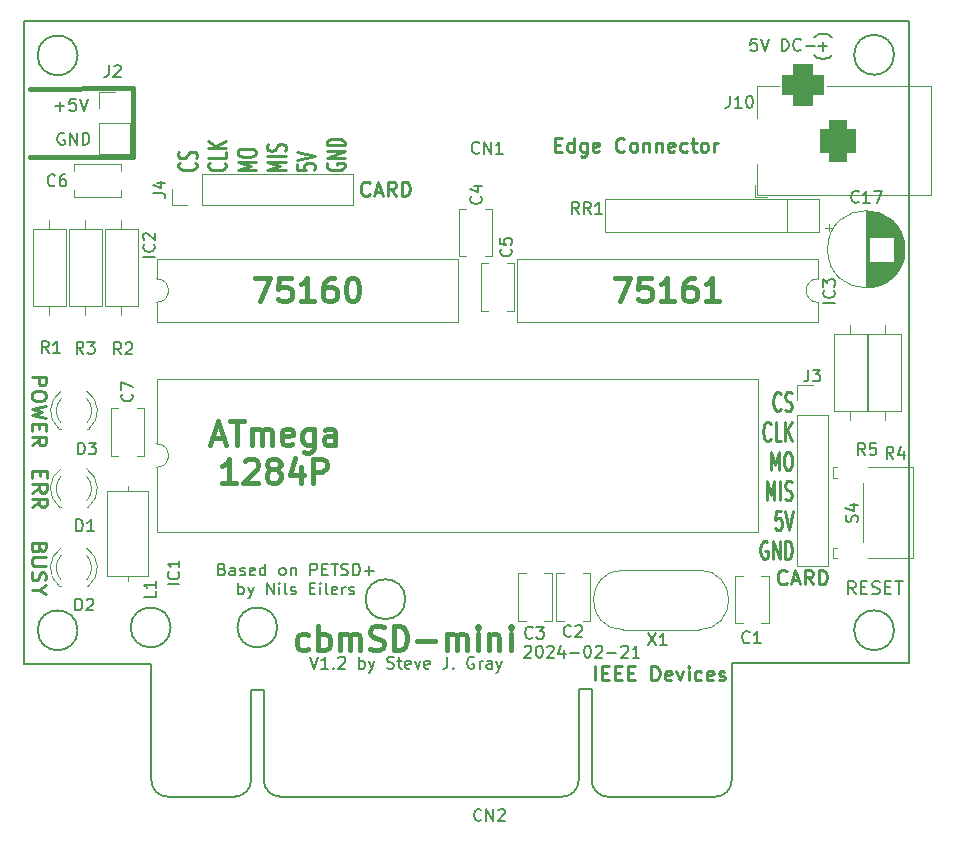
<source format=gbr>
G04 #@! TF.GenerationSoftware,KiCad,Pcbnew,7.0.10*
G04 #@! TF.CreationDate,2024-02-21T12:16:34-05:00*
G04 #@! TF.ProjectId,CBM-SD,43424d2d-5344-42e6-9b69-6361645f7063,rev?*
G04 #@! TF.SameCoordinates,Original*
G04 #@! TF.FileFunction,Legend,Top*
G04 #@! TF.FilePolarity,Positive*
%FSLAX46Y46*%
G04 Gerber Fmt 4.6, Leading zero omitted, Abs format (unit mm)*
G04 Created by KiCad (PCBNEW 7.0.10) date 2024-02-21 12:16:34*
%MOMM*%
%LPD*%
G01*
G04 APERTURE LIST*
G04 Aperture macros list*
%AMRoundRect*
0 Rectangle with rounded corners*
0 $1 Rounding radius*
0 $2 $3 $4 $5 $6 $7 $8 $9 X,Y pos of 4 corners*
0 Add a 4 corners polygon primitive as box body*
4,1,4,$2,$3,$4,$5,$6,$7,$8,$9,$2,$3,0*
0 Add four circle primitives for the rounded corners*
1,1,$1+$1,$2,$3*
1,1,$1+$1,$4,$5*
1,1,$1+$1,$6,$7*
1,1,$1+$1,$8,$9*
0 Add four rect primitives between the rounded corners*
20,1,$1+$1,$2,$3,$4,$5,0*
20,1,$1+$1,$4,$5,$6,$7,0*
20,1,$1+$1,$6,$7,$8,$9,0*
20,1,$1+$1,$8,$9,$2,$3,0*%
G04 Aperture macros list end*
%ADD10C,0.381000*%
%ADD11C,0.203200*%
%ADD12C,0.250000*%
%ADD13C,0.200000*%
%ADD14C,0.400000*%
%ADD15C,0.150000*%
%ADD16C,0.120000*%
%ADD17C,0.100000*%
%ADD18C,1.600000*%
%ADD19O,1.600000X1.600000*%
%ADD20R,1.600000X1.600000*%
%ADD21C,1.500000*%
%ADD22R,1.800000X1.800000*%
%ADD23C,1.800000*%
%ADD24R,3.500000X3.500000*%
%ADD25RoundRect,0.750000X0.750000X1.000000X-0.750000X1.000000X-0.750000X-1.000000X0.750000X-1.000000X0*%
%ADD26RoundRect,0.875000X0.875000X0.875000X-0.875000X0.875000X-0.875000X-0.875000X0.875000X-0.875000X0*%
%ADD27R,1.700000X1.700000*%
%ADD28O,1.700000X1.700000*%
%ADD29O,2.410000X8.760000*%
%ADD30C,2.200000*%
%ADD31C,1.700000*%
G04 #@! TA.AperFunction,Profile*
%ADD32C,0.200660*%
G04 #@! TD*
G04 APERTURE END LIST*
D10*
X117729999Y-71476985D02*
X126492000Y-71475600D01*
X126492000Y-77304900D02*
X117729999Y-77306285D01*
X126492000Y-71539100D02*
X126492000Y-71475600D01*
X126492000Y-77304900D02*
X126492000Y-71539100D01*
D11*
X179249476Y-67268453D02*
X178765666Y-67268453D01*
X178765666Y-67268453D02*
X178717285Y-67752263D01*
X178717285Y-67752263D02*
X178765666Y-67703882D01*
X178765666Y-67703882D02*
X178862428Y-67655501D01*
X178862428Y-67655501D02*
X179104333Y-67655501D01*
X179104333Y-67655501D02*
X179201095Y-67703882D01*
X179201095Y-67703882D02*
X179249476Y-67752263D01*
X179249476Y-67752263D02*
X179297857Y-67849025D01*
X179297857Y-67849025D02*
X179297857Y-68090930D01*
X179297857Y-68090930D02*
X179249476Y-68187692D01*
X179249476Y-68187692D02*
X179201095Y-68236073D01*
X179201095Y-68236073D02*
X179104333Y-68284453D01*
X179104333Y-68284453D02*
X178862428Y-68284453D01*
X178862428Y-68284453D02*
X178765666Y-68236073D01*
X178765666Y-68236073D02*
X178717285Y-68187692D01*
X179588142Y-67268453D02*
X179926809Y-68284453D01*
X179926809Y-68284453D02*
X180265476Y-67268453D01*
X181378237Y-68284453D02*
X181378237Y-67268453D01*
X181378237Y-67268453D02*
X181620142Y-67268453D01*
X181620142Y-67268453D02*
X181765285Y-67316834D01*
X181765285Y-67316834D02*
X181862047Y-67413596D01*
X181862047Y-67413596D02*
X181910428Y-67510358D01*
X181910428Y-67510358D02*
X181958809Y-67703882D01*
X181958809Y-67703882D02*
X181958809Y-67849025D01*
X181958809Y-67849025D02*
X181910428Y-68042549D01*
X181910428Y-68042549D02*
X181862047Y-68139311D01*
X181862047Y-68139311D02*
X181765285Y-68236073D01*
X181765285Y-68236073D02*
X181620142Y-68284453D01*
X181620142Y-68284453D02*
X181378237Y-68284453D01*
X182974809Y-68187692D02*
X182926428Y-68236073D01*
X182926428Y-68236073D02*
X182781285Y-68284453D01*
X182781285Y-68284453D02*
X182684523Y-68284453D01*
X182684523Y-68284453D02*
X182539380Y-68236073D01*
X182539380Y-68236073D02*
X182442618Y-68139311D01*
X182442618Y-68139311D02*
X182394237Y-68042549D01*
X182394237Y-68042549D02*
X182345856Y-67849025D01*
X182345856Y-67849025D02*
X182345856Y-67703882D01*
X182345856Y-67703882D02*
X182394237Y-67510358D01*
X182394237Y-67510358D02*
X182442618Y-67413596D01*
X182442618Y-67413596D02*
X182539380Y-67316834D01*
X182539380Y-67316834D02*
X182684523Y-67268453D01*
X182684523Y-67268453D02*
X182781285Y-67268453D01*
X182781285Y-67268453D02*
X182926428Y-67316834D01*
X182926428Y-67316834D02*
X182974809Y-67365215D01*
X183410237Y-67897406D02*
X184184333Y-67897406D01*
D12*
X117866852Y-95904090D02*
X119106852Y-95904090D01*
X119106852Y-95904090D02*
X119106852Y-96376471D01*
X119106852Y-96376471D02*
X119047804Y-96494566D01*
X119047804Y-96494566D02*
X118988757Y-96553613D01*
X118988757Y-96553613D02*
X118870661Y-96612661D01*
X118870661Y-96612661D02*
X118693519Y-96612661D01*
X118693519Y-96612661D02*
X118575423Y-96553613D01*
X118575423Y-96553613D02*
X118516376Y-96494566D01*
X118516376Y-96494566D02*
X118457328Y-96376471D01*
X118457328Y-96376471D02*
X118457328Y-95904090D01*
X119106852Y-97380280D02*
X119106852Y-97616471D01*
X119106852Y-97616471D02*
X119047804Y-97734566D01*
X119047804Y-97734566D02*
X118929709Y-97852661D01*
X118929709Y-97852661D02*
X118693519Y-97911709D01*
X118693519Y-97911709D02*
X118280185Y-97911709D01*
X118280185Y-97911709D02*
X118043995Y-97852661D01*
X118043995Y-97852661D02*
X117925900Y-97734566D01*
X117925900Y-97734566D02*
X117866852Y-97616471D01*
X117866852Y-97616471D02*
X117866852Y-97380280D01*
X117866852Y-97380280D02*
X117925900Y-97262185D01*
X117925900Y-97262185D02*
X118043995Y-97144090D01*
X118043995Y-97144090D02*
X118280185Y-97085042D01*
X118280185Y-97085042D02*
X118693519Y-97085042D01*
X118693519Y-97085042D02*
X118929709Y-97144090D01*
X118929709Y-97144090D02*
X119047804Y-97262185D01*
X119047804Y-97262185D02*
X119106852Y-97380280D01*
X119106852Y-98325042D02*
X117866852Y-98620280D01*
X117866852Y-98620280D02*
X118752566Y-98856471D01*
X118752566Y-98856471D02*
X117866852Y-99092661D01*
X117866852Y-99092661D02*
X119106852Y-99387900D01*
X118516376Y-99860281D02*
X118516376Y-100273614D01*
X117866852Y-100450757D02*
X117866852Y-99860281D01*
X117866852Y-99860281D02*
X119106852Y-99860281D01*
X119106852Y-99860281D02*
X119106852Y-100450757D01*
X117866852Y-101690757D02*
X118457328Y-101277424D01*
X117866852Y-100982186D02*
X119106852Y-100982186D01*
X119106852Y-100982186D02*
X119106852Y-101454567D01*
X119106852Y-101454567D02*
X119047804Y-101572662D01*
X119047804Y-101572662D02*
X118988757Y-101631709D01*
X118988757Y-101631709D02*
X118870661Y-101690757D01*
X118870661Y-101690757D02*
X118693519Y-101690757D01*
X118693519Y-101690757D02*
X118575423Y-101631709D01*
X118575423Y-101631709D02*
X118516376Y-101572662D01*
X118516376Y-101572662D02*
X118457328Y-101454567D01*
X118457328Y-101454567D02*
X118457328Y-100982186D01*
D11*
X120637905Y-75272734D02*
X120541143Y-75224353D01*
X120541143Y-75224353D02*
X120396000Y-75224353D01*
X120396000Y-75224353D02*
X120250857Y-75272734D01*
X120250857Y-75272734D02*
X120154095Y-75369496D01*
X120154095Y-75369496D02*
X120105714Y-75466258D01*
X120105714Y-75466258D02*
X120057333Y-75659782D01*
X120057333Y-75659782D02*
X120057333Y-75804925D01*
X120057333Y-75804925D02*
X120105714Y-75998449D01*
X120105714Y-75998449D02*
X120154095Y-76095211D01*
X120154095Y-76095211D02*
X120250857Y-76191973D01*
X120250857Y-76191973D02*
X120396000Y-76240353D01*
X120396000Y-76240353D02*
X120492762Y-76240353D01*
X120492762Y-76240353D02*
X120637905Y-76191973D01*
X120637905Y-76191973D02*
X120686286Y-76143592D01*
X120686286Y-76143592D02*
X120686286Y-75804925D01*
X120686286Y-75804925D02*
X120492762Y-75804925D01*
X121121714Y-76240353D02*
X121121714Y-75224353D01*
X121121714Y-75224353D02*
X121702286Y-76240353D01*
X121702286Y-76240353D02*
X121702286Y-75224353D01*
X122186095Y-76240353D02*
X122186095Y-75224353D01*
X122186095Y-75224353D02*
X122428000Y-75224353D01*
X122428000Y-75224353D02*
X122573143Y-75272734D01*
X122573143Y-75272734D02*
X122669905Y-75369496D01*
X122669905Y-75369496D02*
X122718286Y-75466258D01*
X122718286Y-75466258D02*
X122766667Y-75659782D01*
X122766667Y-75659782D02*
X122766667Y-75804925D01*
X122766667Y-75804925D02*
X122718286Y-75998449D01*
X122718286Y-75998449D02*
X122669905Y-76095211D01*
X122669905Y-76095211D02*
X122573143Y-76191973D01*
X122573143Y-76191973D02*
X122428000Y-76240353D01*
X122428000Y-76240353D02*
X122186095Y-76240353D01*
D12*
X118567176Y-103853486D02*
X118567176Y-104266819D01*
X117917652Y-104443962D02*
X117917652Y-103853486D01*
X117917652Y-103853486D02*
X119157652Y-103853486D01*
X119157652Y-103853486D02*
X119157652Y-104443962D01*
X117917652Y-105683962D02*
X118508128Y-105270629D01*
X117917652Y-104975391D02*
X119157652Y-104975391D01*
X119157652Y-104975391D02*
X119157652Y-105447772D01*
X119157652Y-105447772D02*
X119098604Y-105565867D01*
X119098604Y-105565867D02*
X119039557Y-105624914D01*
X119039557Y-105624914D02*
X118921461Y-105683962D01*
X118921461Y-105683962D02*
X118744319Y-105683962D01*
X118744319Y-105683962D02*
X118626223Y-105624914D01*
X118626223Y-105624914D02*
X118567176Y-105565867D01*
X118567176Y-105565867D02*
X118508128Y-105447772D01*
X118508128Y-105447772D02*
X118508128Y-104975391D01*
X117917652Y-106923962D02*
X118508128Y-106510629D01*
X117917652Y-106215391D02*
X119157652Y-106215391D01*
X119157652Y-106215391D02*
X119157652Y-106687772D01*
X119157652Y-106687772D02*
X119098604Y-106805867D01*
X119098604Y-106805867D02*
X119039557Y-106864914D01*
X119039557Y-106864914D02*
X118921461Y-106923962D01*
X118921461Y-106923962D02*
X118744319Y-106923962D01*
X118744319Y-106923962D02*
X118626223Y-106864914D01*
X118626223Y-106864914D02*
X118567176Y-106805867D01*
X118567176Y-106805867D02*
X118508128Y-106687772D01*
X118508128Y-106687772D02*
X118508128Y-106215391D01*
X181791143Y-113330857D02*
X181734000Y-113388000D01*
X181734000Y-113388000D02*
X181562572Y-113445142D01*
X181562572Y-113445142D02*
X181448286Y-113445142D01*
X181448286Y-113445142D02*
X181276857Y-113388000D01*
X181276857Y-113388000D02*
X181162572Y-113273714D01*
X181162572Y-113273714D02*
X181105429Y-113159428D01*
X181105429Y-113159428D02*
X181048286Y-112930857D01*
X181048286Y-112930857D02*
X181048286Y-112759428D01*
X181048286Y-112759428D02*
X181105429Y-112530857D01*
X181105429Y-112530857D02*
X181162572Y-112416571D01*
X181162572Y-112416571D02*
X181276857Y-112302285D01*
X181276857Y-112302285D02*
X181448286Y-112245142D01*
X181448286Y-112245142D02*
X181562572Y-112245142D01*
X181562572Y-112245142D02*
X181734000Y-112302285D01*
X181734000Y-112302285D02*
X181791143Y-112359428D01*
X182248286Y-113102285D02*
X182819715Y-113102285D01*
X182134000Y-113445142D02*
X182534000Y-112245142D01*
X182534000Y-112245142D02*
X182934000Y-113445142D01*
X184019714Y-113445142D02*
X183619714Y-112873714D01*
X183334000Y-113445142D02*
X183334000Y-112245142D01*
X183334000Y-112245142D02*
X183791143Y-112245142D01*
X183791143Y-112245142D02*
X183905428Y-112302285D01*
X183905428Y-112302285D02*
X183962571Y-112359428D01*
X183962571Y-112359428D02*
X184019714Y-112473714D01*
X184019714Y-112473714D02*
X184019714Y-112645142D01*
X184019714Y-112645142D02*
X183962571Y-112759428D01*
X183962571Y-112759428D02*
X183905428Y-112816571D01*
X183905428Y-112816571D02*
X183791143Y-112873714D01*
X183791143Y-112873714D02*
X183334000Y-112873714D01*
X184534000Y-113445142D02*
X184534000Y-112245142D01*
X184534000Y-112245142D02*
X184819714Y-112245142D01*
X184819714Y-112245142D02*
X184991143Y-112302285D01*
X184991143Y-112302285D02*
X185105428Y-112416571D01*
X185105428Y-112416571D02*
X185162571Y-112530857D01*
X185162571Y-112530857D02*
X185219714Y-112759428D01*
X185219714Y-112759428D02*
X185219714Y-112930857D01*
X185219714Y-112930857D02*
X185162571Y-113159428D01*
X185162571Y-113159428D02*
X185105428Y-113273714D01*
X185105428Y-113273714D02*
X184991143Y-113388000D01*
X184991143Y-113388000D02*
X184819714Y-113445142D01*
X184819714Y-113445142D02*
X184534000Y-113445142D01*
D13*
X187632381Y-114290480D02*
X187265714Y-113766671D01*
X187003809Y-114290480D02*
X187003809Y-113190480D01*
X187003809Y-113190480D02*
X187422857Y-113190480D01*
X187422857Y-113190480D02*
X187527619Y-113242861D01*
X187527619Y-113242861D02*
X187580000Y-113295242D01*
X187580000Y-113295242D02*
X187632381Y-113400004D01*
X187632381Y-113400004D02*
X187632381Y-113557147D01*
X187632381Y-113557147D02*
X187580000Y-113661909D01*
X187580000Y-113661909D02*
X187527619Y-113714290D01*
X187527619Y-113714290D02*
X187422857Y-113766671D01*
X187422857Y-113766671D02*
X187003809Y-113766671D01*
X188103809Y-113714290D02*
X188470476Y-113714290D01*
X188627619Y-114290480D02*
X188103809Y-114290480D01*
X188103809Y-114290480D02*
X188103809Y-113190480D01*
X188103809Y-113190480D02*
X188627619Y-113190480D01*
X189046666Y-114238100D02*
X189203809Y-114290480D01*
X189203809Y-114290480D02*
X189465714Y-114290480D01*
X189465714Y-114290480D02*
X189570476Y-114238100D01*
X189570476Y-114238100D02*
X189622857Y-114185719D01*
X189622857Y-114185719D02*
X189675238Y-114080957D01*
X189675238Y-114080957D02*
X189675238Y-113976195D01*
X189675238Y-113976195D02*
X189622857Y-113871433D01*
X189622857Y-113871433D02*
X189570476Y-113819052D01*
X189570476Y-113819052D02*
X189465714Y-113766671D01*
X189465714Y-113766671D02*
X189256190Y-113714290D01*
X189256190Y-113714290D02*
X189151428Y-113661909D01*
X189151428Y-113661909D02*
X189099047Y-113609528D01*
X189099047Y-113609528D02*
X189046666Y-113504766D01*
X189046666Y-113504766D02*
X189046666Y-113400004D01*
X189046666Y-113400004D02*
X189099047Y-113295242D01*
X189099047Y-113295242D02*
X189151428Y-113242861D01*
X189151428Y-113242861D02*
X189256190Y-113190480D01*
X189256190Y-113190480D02*
X189518095Y-113190480D01*
X189518095Y-113190480D02*
X189675238Y-113242861D01*
X190146666Y-113714290D02*
X190513333Y-113714290D01*
X190670476Y-114290480D02*
X190146666Y-114290480D01*
X190146666Y-114290480D02*
X190146666Y-113190480D01*
X190146666Y-113190480D02*
X190670476Y-113190480D01*
X190984761Y-113190480D02*
X191613333Y-113190480D01*
X191299047Y-114290480D02*
X191299047Y-113190480D01*
D14*
X141296490Y-118919200D02*
X141106014Y-119014438D01*
X141106014Y-119014438D02*
X140725061Y-119014438D01*
X140725061Y-119014438D02*
X140534585Y-118919200D01*
X140534585Y-118919200D02*
X140439347Y-118823961D01*
X140439347Y-118823961D02*
X140344109Y-118633485D01*
X140344109Y-118633485D02*
X140344109Y-118062057D01*
X140344109Y-118062057D02*
X140439347Y-117871580D01*
X140439347Y-117871580D02*
X140534585Y-117776342D01*
X140534585Y-117776342D02*
X140725061Y-117681104D01*
X140725061Y-117681104D02*
X141106014Y-117681104D01*
X141106014Y-117681104D02*
X141296490Y-117776342D01*
X142153633Y-119014438D02*
X142153633Y-117014438D01*
X142153633Y-117776342D02*
X142344109Y-117681104D01*
X142344109Y-117681104D02*
X142725062Y-117681104D01*
X142725062Y-117681104D02*
X142915538Y-117776342D01*
X142915538Y-117776342D02*
X143010776Y-117871580D01*
X143010776Y-117871580D02*
X143106014Y-118062057D01*
X143106014Y-118062057D02*
X143106014Y-118633485D01*
X143106014Y-118633485D02*
X143010776Y-118823961D01*
X143010776Y-118823961D02*
X142915538Y-118919200D01*
X142915538Y-118919200D02*
X142725062Y-119014438D01*
X142725062Y-119014438D02*
X142344109Y-119014438D01*
X142344109Y-119014438D02*
X142153633Y-118919200D01*
X143963157Y-119014438D02*
X143963157Y-117681104D01*
X143963157Y-117871580D02*
X144058395Y-117776342D01*
X144058395Y-117776342D02*
X144248871Y-117681104D01*
X144248871Y-117681104D02*
X144534586Y-117681104D01*
X144534586Y-117681104D02*
X144725062Y-117776342D01*
X144725062Y-117776342D02*
X144820300Y-117966819D01*
X144820300Y-117966819D02*
X144820300Y-119014438D01*
X144820300Y-117966819D02*
X144915538Y-117776342D01*
X144915538Y-117776342D02*
X145106014Y-117681104D01*
X145106014Y-117681104D02*
X145391728Y-117681104D01*
X145391728Y-117681104D02*
X145582205Y-117776342D01*
X145582205Y-117776342D02*
X145677443Y-117966819D01*
X145677443Y-117966819D02*
X145677443Y-119014438D01*
X146534586Y-118919200D02*
X146820300Y-119014438D01*
X146820300Y-119014438D02*
X147296491Y-119014438D01*
X147296491Y-119014438D02*
X147486967Y-118919200D01*
X147486967Y-118919200D02*
X147582205Y-118823961D01*
X147582205Y-118823961D02*
X147677443Y-118633485D01*
X147677443Y-118633485D02*
X147677443Y-118443009D01*
X147677443Y-118443009D02*
X147582205Y-118252533D01*
X147582205Y-118252533D02*
X147486967Y-118157295D01*
X147486967Y-118157295D02*
X147296491Y-118062057D01*
X147296491Y-118062057D02*
X146915538Y-117966819D01*
X146915538Y-117966819D02*
X146725062Y-117871580D01*
X146725062Y-117871580D02*
X146629824Y-117776342D01*
X146629824Y-117776342D02*
X146534586Y-117585866D01*
X146534586Y-117585866D02*
X146534586Y-117395390D01*
X146534586Y-117395390D02*
X146629824Y-117204914D01*
X146629824Y-117204914D02*
X146725062Y-117109676D01*
X146725062Y-117109676D02*
X146915538Y-117014438D01*
X146915538Y-117014438D02*
X147391729Y-117014438D01*
X147391729Y-117014438D02*
X147677443Y-117109676D01*
X148534586Y-119014438D02*
X148534586Y-117014438D01*
X148534586Y-117014438D02*
X149010776Y-117014438D01*
X149010776Y-117014438D02*
X149296491Y-117109676D01*
X149296491Y-117109676D02*
X149486967Y-117300152D01*
X149486967Y-117300152D02*
X149582205Y-117490628D01*
X149582205Y-117490628D02*
X149677443Y-117871580D01*
X149677443Y-117871580D02*
X149677443Y-118157295D01*
X149677443Y-118157295D02*
X149582205Y-118538247D01*
X149582205Y-118538247D02*
X149486967Y-118728723D01*
X149486967Y-118728723D02*
X149296491Y-118919200D01*
X149296491Y-118919200D02*
X149010776Y-119014438D01*
X149010776Y-119014438D02*
X148534586Y-119014438D01*
X150534586Y-118252533D02*
X152058396Y-118252533D01*
X153010776Y-119014438D02*
X153010776Y-117681104D01*
X153010776Y-117871580D02*
X153106014Y-117776342D01*
X153106014Y-117776342D02*
X153296490Y-117681104D01*
X153296490Y-117681104D02*
X153582205Y-117681104D01*
X153582205Y-117681104D02*
X153772681Y-117776342D01*
X153772681Y-117776342D02*
X153867919Y-117966819D01*
X153867919Y-117966819D02*
X153867919Y-119014438D01*
X153867919Y-117966819D02*
X153963157Y-117776342D01*
X153963157Y-117776342D02*
X154153633Y-117681104D01*
X154153633Y-117681104D02*
X154439347Y-117681104D01*
X154439347Y-117681104D02*
X154629824Y-117776342D01*
X154629824Y-117776342D02*
X154725062Y-117966819D01*
X154725062Y-117966819D02*
X154725062Y-119014438D01*
X155677443Y-119014438D02*
X155677443Y-117681104D01*
X155677443Y-117014438D02*
X155582205Y-117109676D01*
X155582205Y-117109676D02*
X155677443Y-117204914D01*
X155677443Y-117204914D02*
X155772681Y-117109676D01*
X155772681Y-117109676D02*
X155677443Y-117014438D01*
X155677443Y-117014438D02*
X155677443Y-117204914D01*
X156629824Y-117681104D02*
X156629824Y-119014438D01*
X156629824Y-117871580D02*
X156725062Y-117776342D01*
X156725062Y-117776342D02*
X156915538Y-117681104D01*
X156915538Y-117681104D02*
X157201253Y-117681104D01*
X157201253Y-117681104D02*
X157391729Y-117776342D01*
X157391729Y-117776342D02*
X157486967Y-117966819D01*
X157486967Y-117966819D02*
X157486967Y-119014438D01*
X158439348Y-119014438D02*
X158439348Y-117681104D01*
X158439348Y-117014438D02*
X158344110Y-117109676D01*
X158344110Y-117109676D02*
X158439348Y-117204914D01*
X158439348Y-117204914D02*
X158534586Y-117109676D01*
X158534586Y-117109676D02*
X158439348Y-117014438D01*
X158439348Y-117014438D02*
X158439348Y-117204914D01*
D13*
X141463142Y-119594219D02*
X141796475Y-120594219D01*
X141796475Y-120594219D02*
X142129808Y-119594219D01*
X142986951Y-120594219D02*
X142415523Y-120594219D01*
X142701237Y-120594219D02*
X142701237Y-119594219D01*
X142701237Y-119594219D02*
X142605999Y-119737076D01*
X142605999Y-119737076D02*
X142510761Y-119832314D01*
X142510761Y-119832314D02*
X142415523Y-119879933D01*
X143415523Y-120498980D02*
X143463142Y-120546600D01*
X143463142Y-120546600D02*
X143415523Y-120594219D01*
X143415523Y-120594219D02*
X143367904Y-120546600D01*
X143367904Y-120546600D02*
X143415523Y-120498980D01*
X143415523Y-120498980D02*
X143415523Y-120594219D01*
X143844094Y-119689457D02*
X143891713Y-119641838D01*
X143891713Y-119641838D02*
X143986951Y-119594219D01*
X143986951Y-119594219D02*
X144225046Y-119594219D01*
X144225046Y-119594219D02*
X144320284Y-119641838D01*
X144320284Y-119641838D02*
X144367903Y-119689457D01*
X144367903Y-119689457D02*
X144415522Y-119784695D01*
X144415522Y-119784695D02*
X144415522Y-119879933D01*
X144415522Y-119879933D02*
X144367903Y-120022790D01*
X144367903Y-120022790D02*
X143796475Y-120594219D01*
X143796475Y-120594219D02*
X144415522Y-120594219D01*
X145605999Y-120594219D02*
X145605999Y-119594219D01*
X145605999Y-119975171D02*
X145701237Y-119927552D01*
X145701237Y-119927552D02*
X145891713Y-119927552D01*
X145891713Y-119927552D02*
X145986951Y-119975171D01*
X145986951Y-119975171D02*
X146034570Y-120022790D01*
X146034570Y-120022790D02*
X146082189Y-120118028D01*
X146082189Y-120118028D02*
X146082189Y-120403742D01*
X146082189Y-120403742D02*
X146034570Y-120498980D01*
X146034570Y-120498980D02*
X145986951Y-120546600D01*
X145986951Y-120546600D02*
X145891713Y-120594219D01*
X145891713Y-120594219D02*
X145701237Y-120594219D01*
X145701237Y-120594219D02*
X145605999Y-120546600D01*
X146415523Y-119927552D02*
X146653618Y-120594219D01*
X146891713Y-119927552D02*
X146653618Y-120594219D01*
X146653618Y-120594219D02*
X146558380Y-120832314D01*
X146558380Y-120832314D02*
X146510761Y-120879933D01*
X146510761Y-120879933D02*
X146415523Y-120927552D01*
X147986952Y-120546600D02*
X148129809Y-120594219D01*
X148129809Y-120594219D02*
X148367904Y-120594219D01*
X148367904Y-120594219D02*
X148463142Y-120546600D01*
X148463142Y-120546600D02*
X148510761Y-120498980D01*
X148510761Y-120498980D02*
X148558380Y-120403742D01*
X148558380Y-120403742D02*
X148558380Y-120308504D01*
X148558380Y-120308504D02*
X148510761Y-120213266D01*
X148510761Y-120213266D02*
X148463142Y-120165647D01*
X148463142Y-120165647D02*
X148367904Y-120118028D01*
X148367904Y-120118028D02*
X148177428Y-120070409D01*
X148177428Y-120070409D02*
X148082190Y-120022790D01*
X148082190Y-120022790D02*
X148034571Y-119975171D01*
X148034571Y-119975171D02*
X147986952Y-119879933D01*
X147986952Y-119879933D02*
X147986952Y-119784695D01*
X147986952Y-119784695D02*
X148034571Y-119689457D01*
X148034571Y-119689457D02*
X148082190Y-119641838D01*
X148082190Y-119641838D02*
X148177428Y-119594219D01*
X148177428Y-119594219D02*
X148415523Y-119594219D01*
X148415523Y-119594219D02*
X148558380Y-119641838D01*
X148844095Y-119927552D02*
X149225047Y-119927552D01*
X148986952Y-119594219D02*
X148986952Y-120451361D01*
X148986952Y-120451361D02*
X149034571Y-120546600D01*
X149034571Y-120546600D02*
X149129809Y-120594219D01*
X149129809Y-120594219D02*
X149225047Y-120594219D01*
X149939333Y-120546600D02*
X149844095Y-120594219D01*
X149844095Y-120594219D02*
X149653619Y-120594219D01*
X149653619Y-120594219D02*
X149558381Y-120546600D01*
X149558381Y-120546600D02*
X149510762Y-120451361D01*
X149510762Y-120451361D02*
X149510762Y-120070409D01*
X149510762Y-120070409D02*
X149558381Y-119975171D01*
X149558381Y-119975171D02*
X149653619Y-119927552D01*
X149653619Y-119927552D02*
X149844095Y-119927552D01*
X149844095Y-119927552D02*
X149939333Y-119975171D01*
X149939333Y-119975171D02*
X149986952Y-120070409D01*
X149986952Y-120070409D02*
X149986952Y-120165647D01*
X149986952Y-120165647D02*
X149510762Y-120260885D01*
X150320286Y-119927552D02*
X150558381Y-120594219D01*
X150558381Y-120594219D02*
X150796476Y-119927552D01*
X151558381Y-120546600D02*
X151463143Y-120594219D01*
X151463143Y-120594219D02*
X151272667Y-120594219D01*
X151272667Y-120594219D02*
X151177429Y-120546600D01*
X151177429Y-120546600D02*
X151129810Y-120451361D01*
X151129810Y-120451361D02*
X151129810Y-120070409D01*
X151129810Y-120070409D02*
X151177429Y-119975171D01*
X151177429Y-119975171D02*
X151272667Y-119927552D01*
X151272667Y-119927552D02*
X151463143Y-119927552D01*
X151463143Y-119927552D02*
X151558381Y-119975171D01*
X151558381Y-119975171D02*
X151606000Y-120070409D01*
X151606000Y-120070409D02*
X151606000Y-120165647D01*
X151606000Y-120165647D02*
X151129810Y-120260885D01*
X153082191Y-119594219D02*
X153082191Y-120308504D01*
X153082191Y-120308504D02*
X153034572Y-120451361D01*
X153034572Y-120451361D02*
X152939334Y-120546600D01*
X152939334Y-120546600D02*
X152796477Y-120594219D01*
X152796477Y-120594219D02*
X152701239Y-120594219D01*
X153558382Y-120498980D02*
X153606001Y-120546600D01*
X153606001Y-120546600D02*
X153558382Y-120594219D01*
X153558382Y-120594219D02*
X153510763Y-120546600D01*
X153510763Y-120546600D02*
X153558382Y-120498980D01*
X153558382Y-120498980D02*
X153558382Y-120594219D01*
X155320286Y-119641838D02*
X155225048Y-119594219D01*
X155225048Y-119594219D02*
X155082191Y-119594219D01*
X155082191Y-119594219D02*
X154939334Y-119641838D01*
X154939334Y-119641838D02*
X154844096Y-119737076D01*
X154844096Y-119737076D02*
X154796477Y-119832314D01*
X154796477Y-119832314D02*
X154748858Y-120022790D01*
X154748858Y-120022790D02*
X154748858Y-120165647D01*
X154748858Y-120165647D02*
X154796477Y-120356123D01*
X154796477Y-120356123D02*
X154844096Y-120451361D01*
X154844096Y-120451361D02*
X154939334Y-120546600D01*
X154939334Y-120546600D02*
X155082191Y-120594219D01*
X155082191Y-120594219D02*
X155177429Y-120594219D01*
X155177429Y-120594219D02*
X155320286Y-120546600D01*
X155320286Y-120546600D02*
X155367905Y-120498980D01*
X155367905Y-120498980D02*
X155367905Y-120165647D01*
X155367905Y-120165647D02*
X155177429Y-120165647D01*
X155796477Y-120594219D02*
X155796477Y-119927552D01*
X155796477Y-120118028D02*
X155844096Y-120022790D01*
X155844096Y-120022790D02*
X155891715Y-119975171D01*
X155891715Y-119975171D02*
X155986953Y-119927552D01*
X155986953Y-119927552D02*
X156082191Y-119927552D01*
X156844096Y-120594219D02*
X156844096Y-120070409D01*
X156844096Y-120070409D02*
X156796477Y-119975171D01*
X156796477Y-119975171D02*
X156701239Y-119927552D01*
X156701239Y-119927552D02*
X156510763Y-119927552D01*
X156510763Y-119927552D02*
X156415525Y-119975171D01*
X156844096Y-120546600D02*
X156748858Y-120594219D01*
X156748858Y-120594219D02*
X156510763Y-120594219D01*
X156510763Y-120594219D02*
X156415525Y-120546600D01*
X156415525Y-120546600D02*
X156367906Y-120451361D01*
X156367906Y-120451361D02*
X156367906Y-120356123D01*
X156367906Y-120356123D02*
X156415525Y-120260885D01*
X156415525Y-120260885D02*
X156510763Y-120213266D01*
X156510763Y-120213266D02*
X156748858Y-120213266D01*
X156748858Y-120213266D02*
X156844096Y-120165647D01*
X157225049Y-119927552D02*
X157463144Y-120594219D01*
X157701239Y-119927552D02*
X157463144Y-120594219D01*
X157463144Y-120594219D02*
X157367906Y-120832314D01*
X157367906Y-120832314D02*
X157320287Y-120879933D01*
X157320287Y-120879933D02*
X157225049Y-120927552D01*
X133996894Y-112178809D02*
X134139751Y-112226428D01*
X134139751Y-112226428D02*
X134187370Y-112274047D01*
X134187370Y-112274047D02*
X134234989Y-112369285D01*
X134234989Y-112369285D02*
X134234989Y-112512142D01*
X134234989Y-112512142D02*
X134187370Y-112607380D01*
X134187370Y-112607380D02*
X134139751Y-112655000D01*
X134139751Y-112655000D02*
X134044513Y-112702619D01*
X134044513Y-112702619D02*
X133663561Y-112702619D01*
X133663561Y-112702619D02*
X133663561Y-111702619D01*
X133663561Y-111702619D02*
X133996894Y-111702619D01*
X133996894Y-111702619D02*
X134092132Y-111750238D01*
X134092132Y-111750238D02*
X134139751Y-111797857D01*
X134139751Y-111797857D02*
X134187370Y-111893095D01*
X134187370Y-111893095D02*
X134187370Y-111988333D01*
X134187370Y-111988333D02*
X134139751Y-112083571D01*
X134139751Y-112083571D02*
X134092132Y-112131190D01*
X134092132Y-112131190D02*
X133996894Y-112178809D01*
X133996894Y-112178809D02*
X133663561Y-112178809D01*
X135092132Y-112702619D02*
X135092132Y-112178809D01*
X135092132Y-112178809D02*
X135044513Y-112083571D01*
X135044513Y-112083571D02*
X134949275Y-112035952D01*
X134949275Y-112035952D02*
X134758799Y-112035952D01*
X134758799Y-112035952D02*
X134663561Y-112083571D01*
X135092132Y-112655000D02*
X134996894Y-112702619D01*
X134996894Y-112702619D02*
X134758799Y-112702619D01*
X134758799Y-112702619D02*
X134663561Y-112655000D01*
X134663561Y-112655000D02*
X134615942Y-112559761D01*
X134615942Y-112559761D02*
X134615942Y-112464523D01*
X134615942Y-112464523D02*
X134663561Y-112369285D01*
X134663561Y-112369285D02*
X134758799Y-112321666D01*
X134758799Y-112321666D02*
X134996894Y-112321666D01*
X134996894Y-112321666D02*
X135092132Y-112274047D01*
X135520704Y-112655000D02*
X135615942Y-112702619D01*
X135615942Y-112702619D02*
X135806418Y-112702619D01*
X135806418Y-112702619D02*
X135901656Y-112655000D01*
X135901656Y-112655000D02*
X135949275Y-112559761D01*
X135949275Y-112559761D02*
X135949275Y-112512142D01*
X135949275Y-112512142D02*
X135901656Y-112416904D01*
X135901656Y-112416904D02*
X135806418Y-112369285D01*
X135806418Y-112369285D02*
X135663561Y-112369285D01*
X135663561Y-112369285D02*
X135568323Y-112321666D01*
X135568323Y-112321666D02*
X135520704Y-112226428D01*
X135520704Y-112226428D02*
X135520704Y-112178809D01*
X135520704Y-112178809D02*
X135568323Y-112083571D01*
X135568323Y-112083571D02*
X135663561Y-112035952D01*
X135663561Y-112035952D02*
X135806418Y-112035952D01*
X135806418Y-112035952D02*
X135901656Y-112083571D01*
X136758799Y-112655000D02*
X136663561Y-112702619D01*
X136663561Y-112702619D02*
X136473085Y-112702619D01*
X136473085Y-112702619D02*
X136377847Y-112655000D01*
X136377847Y-112655000D02*
X136330228Y-112559761D01*
X136330228Y-112559761D02*
X136330228Y-112178809D01*
X136330228Y-112178809D02*
X136377847Y-112083571D01*
X136377847Y-112083571D02*
X136473085Y-112035952D01*
X136473085Y-112035952D02*
X136663561Y-112035952D01*
X136663561Y-112035952D02*
X136758799Y-112083571D01*
X136758799Y-112083571D02*
X136806418Y-112178809D01*
X136806418Y-112178809D02*
X136806418Y-112274047D01*
X136806418Y-112274047D02*
X136330228Y-112369285D01*
X137663561Y-112702619D02*
X137663561Y-111702619D01*
X137663561Y-112655000D02*
X137568323Y-112702619D01*
X137568323Y-112702619D02*
X137377847Y-112702619D01*
X137377847Y-112702619D02*
X137282609Y-112655000D01*
X137282609Y-112655000D02*
X137234990Y-112607380D01*
X137234990Y-112607380D02*
X137187371Y-112512142D01*
X137187371Y-112512142D02*
X137187371Y-112226428D01*
X137187371Y-112226428D02*
X137234990Y-112131190D01*
X137234990Y-112131190D02*
X137282609Y-112083571D01*
X137282609Y-112083571D02*
X137377847Y-112035952D01*
X137377847Y-112035952D02*
X137568323Y-112035952D01*
X137568323Y-112035952D02*
X137663561Y-112083571D01*
X139044514Y-112702619D02*
X138949276Y-112655000D01*
X138949276Y-112655000D02*
X138901657Y-112607380D01*
X138901657Y-112607380D02*
X138854038Y-112512142D01*
X138854038Y-112512142D02*
X138854038Y-112226428D01*
X138854038Y-112226428D02*
X138901657Y-112131190D01*
X138901657Y-112131190D02*
X138949276Y-112083571D01*
X138949276Y-112083571D02*
X139044514Y-112035952D01*
X139044514Y-112035952D02*
X139187371Y-112035952D01*
X139187371Y-112035952D02*
X139282609Y-112083571D01*
X139282609Y-112083571D02*
X139330228Y-112131190D01*
X139330228Y-112131190D02*
X139377847Y-112226428D01*
X139377847Y-112226428D02*
X139377847Y-112512142D01*
X139377847Y-112512142D02*
X139330228Y-112607380D01*
X139330228Y-112607380D02*
X139282609Y-112655000D01*
X139282609Y-112655000D02*
X139187371Y-112702619D01*
X139187371Y-112702619D02*
X139044514Y-112702619D01*
X139806419Y-112035952D02*
X139806419Y-112702619D01*
X139806419Y-112131190D02*
X139854038Y-112083571D01*
X139854038Y-112083571D02*
X139949276Y-112035952D01*
X139949276Y-112035952D02*
X140092133Y-112035952D01*
X140092133Y-112035952D02*
X140187371Y-112083571D01*
X140187371Y-112083571D02*
X140234990Y-112178809D01*
X140234990Y-112178809D02*
X140234990Y-112702619D01*
X141473086Y-112702619D02*
X141473086Y-111702619D01*
X141473086Y-111702619D02*
X141854038Y-111702619D01*
X141854038Y-111702619D02*
X141949276Y-111750238D01*
X141949276Y-111750238D02*
X141996895Y-111797857D01*
X141996895Y-111797857D02*
X142044514Y-111893095D01*
X142044514Y-111893095D02*
X142044514Y-112035952D01*
X142044514Y-112035952D02*
X141996895Y-112131190D01*
X141996895Y-112131190D02*
X141949276Y-112178809D01*
X141949276Y-112178809D02*
X141854038Y-112226428D01*
X141854038Y-112226428D02*
X141473086Y-112226428D01*
X142473086Y-112178809D02*
X142806419Y-112178809D01*
X142949276Y-112702619D02*
X142473086Y-112702619D01*
X142473086Y-112702619D02*
X142473086Y-111702619D01*
X142473086Y-111702619D02*
X142949276Y-111702619D01*
X143234991Y-111702619D02*
X143806419Y-111702619D01*
X143520705Y-112702619D02*
X143520705Y-111702619D01*
X144092134Y-112655000D02*
X144234991Y-112702619D01*
X144234991Y-112702619D02*
X144473086Y-112702619D01*
X144473086Y-112702619D02*
X144568324Y-112655000D01*
X144568324Y-112655000D02*
X144615943Y-112607380D01*
X144615943Y-112607380D02*
X144663562Y-112512142D01*
X144663562Y-112512142D02*
X144663562Y-112416904D01*
X144663562Y-112416904D02*
X144615943Y-112321666D01*
X144615943Y-112321666D02*
X144568324Y-112274047D01*
X144568324Y-112274047D02*
X144473086Y-112226428D01*
X144473086Y-112226428D02*
X144282610Y-112178809D01*
X144282610Y-112178809D02*
X144187372Y-112131190D01*
X144187372Y-112131190D02*
X144139753Y-112083571D01*
X144139753Y-112083571D02*
X144092134Y-111988333D01*
X144092134Y-111988333D02*
X144092134Y-111893095D01*
X144092134Y-111893095D02*
X144139753Y-111797857D01*
X144139753Y-111797857D02*
X144187372Y-111750238D01*
X144187372Y-111750238D02*
X144282610Y-111702619D01*
X144282610Y-111702619D02*
X144520705Y-111702619D01*
X144520705Y-111702619D02*
X144663562Y-111750238D01*
X145092134Y-112702619D02*
X145092134Y-111702619D01*
X145092134Y-111702619D02*
X145330229Y-111702619D01*
X145330229Y-111702619D02*
X145473086Y-111750238D01*
X145473086Y-111750238D02*
X145568324Y-111845476D01*
X145568324Y-111845476D02*
X145615943Y-111940714D01*
X145615943Y-111940714D02*
X145663562Y-112131190D01*
X145663562Y-112131190D02*
X145663562Y-112274047D01*
X145663562Y-112274047D02*
X145615943Y-112464523D01*
X145615943Y-112464523D02*
X145568324Y-112559761D01*
X145568324Y-112559761D02*
X145473086Y-112655000D01*
X145473086Y-112655000D02*
X145330229Y-112702619D01*
X145330229Y-112702619D02*
X145092134Y-112702619D01*
X146092134Y-112321666D02*
X146854039Y-112321666D01*
X146473086Y-112702619D02*
X146473086Y-111940714D01*
X135377847Y-114312619D02*
X135377847Y-113312619D01*
X135377847Y-113693571D02*
X135473085Y-113645952D01*
X135473085Y-113645952D02*
X135663561Y-113645952D01*
X135663561Y-113645952D02*
X135758799Y-113693571D01*
X135758799Y-113693571D02*
X135806418Y-113741190D01*
X135806418Y-113741190D02*
X135854037Y-113836428D01*
X135854037Y-113836428D02*
X135854037Y-114122142D01*
X135854037Y-114122142D02*
X135806418Y-114217380D01*
X135806418Y-114217380D02*
X135758799Y-114265000D01*
X135758799Y-114265000D02*
X135663561Y-114312619D01*
X135663561Y-114312619D02*
X135473085Y-114312619D01*
X135473085Y-114312619D02*
X135377847Y-114265000D01*
X136187371Y-113645952D02*
X136425466Y-114312619D01*
X136663561Y-113645952D02*
X136425466Y-114312619D01*
X136425466Y-114312619D02*
X136330228Y-114550714D01*
X136330228Y-114550714D02*
X136282609Y-114598333D01*
X136282609Y-114598333D02*
X136187371Y-114645952D01*
X137806419Y-114312619D02*
X137806419Y-113312619D01*
X137806419Y-113312619D02*
X138377847Y-114312619D01*
X138377847Y-114312619D02*
X138377847Y-113312619D01*
X138854038Y-114312619D02*
X138854038Y-113645952D01*
X138854038Y-113312619D02*
X138806419Y-113360238D01*
X138806419Y-113360238D02*
X138854038Y-113407857D01*
X138854038Y-113407857D02*
X138901657Y-113360238D01*
X138901657Y-113360238D02*
X138854038Y-113312619D01*
X138854038Y-113312619D02*
X138854038Y-113407857D01*
X139473085Y-114312619D02*
X139377847Y-114265000D01*
X139377847Y-114265000D02*
X139330228Y-114169761D01*
X139330228Y-114169761D02*
X139330228Y-113312619D01*
X139806419Y-114265000D02*
X139901657Y-114312619D01*
X139901657Y-114312619D02*
X140092133Y-114312619D01*
X140092133Y-114312619D02*
X140187371Y-114265000D01*
X140187371Y-114265000D02*
X140234990Y-114169761D01*
X140234990Y-114169761D02*
X140234990Y-114122142D01*
X140234990Y-114122142D02*
X140187371Y-114026904D01*
X140187371Y-114026904D02*
X140092133Y-113979285D01*
X140092133Y-113979285D02*
X139949276Y-113979285D01*
X139949276Y-113979285D02*
X139854038Y-113931666D01*
X139854038Y-113931666D02*
X139806419Y-113836428D01*
X139806419Y-113836428D02*
X139806419Y-113788809D01*
X139806419Y-113788809D02*
X139854038Y-113693571D01*
X139854038Y-113693571D02*
X139949276Y-113645952D01*
X139949276Y-113645952D02*
X140092133Y-113645952D01*
X140092133Y-113645952D02*
X140187371Y-113693571D01*
X141425467Y-113788809D02*
X141758800Y-113788809D01*
X141901657Y-114312619D02*
X141425467Y-114312619D01*
X141425467Y-114312619D02*
X141425467Y-113312619D01*
X141425467Y-113312619D02*
X141901657Y-113312619D01*
X142330229Y-114312619D02*
X142330229Y-113645952D01*
X142330229Y-113312619D02*
X142282610Y-113360238D01*
X142282610Y-113360238D02*
X142330229Y-113407857D01*
X142330229Y-113407857D02*
X142377848Y-113360238D01*
X142377848Y-113360238D02*
X142330229Y-113312619D01*
X142330229Y-113312619D02*
X142330229Y-113407857D01*
X142949276Y-114312619D02*
X142854038Y-114265000D01*
X142854038Y-114265000D02*
X142806419Y-114169761D01*
X142806419Y-114169761D02*
X142806419Y-113312619D01*
X143711181Y-114265000D02*
X143615943Y-114312619D01*
X143615943Y-114312619D02*
X143425467Y-114312619D01*
X143425467Y-114312619D02*
X143330229Y-114265000D01*
X143330229Y-114265000D02*
X143282610Y-114169761D01*
X143282610Y-114169761D02*
X143282610Y-113788809D01*
X143282610Y-113788809D02*
X143330229Y-113693571D01*
X143330229Y-113693571D02*
X143425467Y-113645952D01*
X143425467Y-113645952D02*
X143615943Y-113645952D01*
X143615943Y-113645952D02*
X143711181Y-113693571D01*
X143711181Y-113693571D02*
X143758800Y-113788809D01*
X143758800Y-113788809D02*
X143758800Y-113884047D01*
X143758800Y-113884047D02*
X143282610Y-113979285D01*
X144187372Y-114312619D02*
X144187372Y-113645952D01*
X144187372Y-113836428D02*
X144234991Y-113741190D01*
X144234991Y-113741190D02*
X144282610Y-113693571D01*
X144282610Y-113693571D02*
X144377848Y-113645952D01*
X144377848Y-113645952D02*
X144473086Y-113645952D01*
X144758801Y-114265000D02*
X144854039Y-114312619D01*
X144854039Y-114312619D02*
X145044515Y-114312619D01*
X145044515Y-114312619D02*
X145139753Y-114265000D01*
X145139753Y-114265000D02*
X145187372Y-114169761D01*
X145187372Y-114169761D02*
X145187372Y-114122142D01*
X145187372Y-114122142D02*
X145139753Y-114026904D01*
X145139753Y-114026904D02*
X145044515Y-113979285D01*
X145044515Y-113979285D02*
X144901658Y-113979285D01*
X144901658Y-113979285D02*
X144806420Y-113931666D01*
X144806420Y-113931666D02*
X144758801Y-113836428D01*
X144758801Y-113836428D02*
X144758801Y-113788809D01*
X144758801Y-113788809D02*
X144806420Y-113693571D01*
X144806420Y-113693571D02*
X144901658Y-113645952D01*
X144901658Y-113645952D02*
X145044515Y-113645952D01*
X145044515Y-113645952D02*
X145139753Y-113693571D01*
D12*
X162181373Y-76227871D02*
X162581373Y-76227871D01*
X162752801Y-76856442D02*
X162181373Y-76856442D01*
X162181373Y-76856442D02*
X162181373Y-75656442D01*
X162181373Y-75656442D02*
X162752801Y-75656442D01*
X163781373Y-76856442D02*
X163781373Y-75656442D01*
X163781373Y-76799300D02*
X163667087Y-76856442D01*
X163667087Y-76856442D02*
X163438515Y-76856442D01*
X163438515Y-76856442D02*
X163324230Y-76799300D01*
X163324230Y-76799300D02*
X163267087Y-76742157D01*
X163267087Y-76742157D02*
X163209944Y-76627871D01*
X163209944Y-76627871D02*
X163209944Y-76285014D01*
X163209944Y-76285014D02*
X163267087Y-76170728D01*
X163267087Y-76170728D02*
X163324230Y-76113585D01*
X163324230Y-76113585D02*
X163438515Y-76056442D01*
X163438515Y-76056442D02*
X163667087Y-76056442D01*
X163667087Y-76056442D02*
X163781373Y-76113585D01*
X164867087Y-76056442D02*
X164867087Y-77027871D01*
X164867087Y-77027871D02*
X164809944Y-77142157D01*
X164809944Y-77142157D02*
X164752801Y-77199300D01*
X164752801Y-77199300D02*
X164638515Y-77256442D01*
X164638515Y-77256442D02*
X164467087Y-77256442D01*
X164467087Y-77256442D02*
X164352801Y-77199300D01*
X164867087Y-76799300D02*
X164752801Y-76856442D01*
X164752801Y-76856442D02*
X164524229Y-76856442D01*
X164524229Y-76856442D02*
X164409944Y-76799300D01*
X164409944Y-76799300D02*
X164352801Y-76742157D01*
X164352801Y-76742157D02*
X164295658Y-76627871D01*
X164295658Y-76627871D02*
X164295658Y-76285014D01*
X164295658Y-76285014D02*
X164352801Y-76170728D01*
X164352801Y-76170728D02*
X164409944Y-76113585D01*
X164409944Y-76113585D02*
X164524229Y-76056442D01*
X164524229Y-76056442D02*
X164752801Y-76056442D01*
X164752801Y-76056442D02*
X164867087Y-76113585D01*
X165895658Y-76799300D02*
X165781372Y-76856442D01*
X165781372Y-76856442D02*
X165552801Y-76856442D01*
X165552801Y-76856442D02*
X165438515Y-76799300D01*
X165438515Y-76799300D02*
X165381372Y-76685014D01*
X165381372Y-76685014D02*
X165381372Y-76227871D01*
X165381372Y-76227871D02*
X165438515Y-76113585D01*
X165438515Y-76113585D02*
X165552801Y-76056442D01*
X165552801Y-76056442D02*
X165781372Y-76056442D01*
X165781372Y-76056442D02*
X165895658Y-76113585D01*
X165895658Y-76113585D02*
X165952801Y-76227871D01*
X165952801Y-76227871D02*
X165952801Y-76342157D01*
X165952801Y-76342157D02*
X165381372Y-76456442D01*
X168067086Y-76742157D02*
X168009943Y-76799300D01*
X168009943Y-76799300D02*
X167838515Y-76856442D01*
X167838515Y-76856442D02*
X167724229Y-76856442D01*
X167724229Y-76856442D02*
X167552800Y-76799300D01*
X167552800Y-76799300D02*
X167438515Y-76685014D01*
X167438515Y-76685014D02*
X167381372Y-76570728D01*
X167381372Y-76570728D02*
X167324229Y-76342157D01*
X167324229Y-76342157D02*
X167324229Y-76170728D01*
X167324229Y-76170728D02*
X167381372Y-75942157D01*
X167381372Y-75942157D02*
X167438515Y-75827871D01*
X167438515Y-75827871D02*
X167552800Y-75713585D01*
X167552800Y-75713585D02*
X167724229Y-75656442D01*
X167724229Y-75656442D02*
X167838515Y-75656442D01*
X167838515Y-75656442D02*
X168009943Y-75713585D01*
X168009943Y-75713585D02*
X168067086Y-75770728D01*
X168752800Y-76856442D02*
X168638515Y-76799300D01*
X168638515Y-76799300D02*
X168581372Y-76742157D01*
X168581372Y-76742157D02*
X168524229Y-76627871D01*
X168524229Y-76627871D02*
X168524229Y-76285014D01*
X168524229Y-76285014D02*
X168581372Y-76170728D01*
X168581372Y-76170728D02*
X168638515Y-76113585D01*
X168638515Y-76113585D02*
X168752800Y-76056442D01*
X168752800Y-76056442D02*
X168924229Y-76056442D01*
X168924229Y-76056442D02*
X169038515Y-76113585D01*
X169038515Y-76113585D02*
X169095658Y-76170728D01*
X169095658Y-76170728D02*
X169152800Y-76285014D01*
X169152800Y-76285014D02*
X169152800Y-76627871D01*
X169152800Y-76627871D02*
X169095658Y-76742157D01*
X169095658Y-76742157D02*
X169038515Y-76799300D01*
X169038515Y-76799300D02*
X168924229Y-76856442D01*
X168924229Y-76856442D02*
X168752800Y-76856442D01*
X169667086Y-76056442D02*
X169667086Y-76856442D01*
X169667086Y-76170728D02*
X169724229Y-76113585D01*
X169724229Y-76113585D02*
X169838514Y-76056442D01*
X169838514Y-76056442D02*
X170009943Y-76056442D01*
X170009943Y-76056442D02*
X170124229Y-76113585D01*
X170124229Y-76113585D02*
X170181372Y-76227871D01*
X170181372Y-76227871D02*
X170181372Y-76856442D01*
X170752800Y-76056442D02*
X170752800Y-76856442D01*
X170752800Y-76170728D02*
X170809943Y-76113585D01*
X170809943Y-76113585D02*
X170924228Y-76056442D01*
X170924228Y-76056442D02*
X171095657Y-76056442D01*
X171095657Y-76056442D02*
X171209943Y-76113585D01*
X171209943Y-76113585D02*
X171267086Y-76227871D01*
X171267086Y-76227871D02*
X171267086Y-76856442D01*
X172295657Y-76799300D02*
X172181371Y-76856442D01*
X172181371Y-76856442D02*
X171952800Y-76856442D01*
X171952800Y-76856442D02*
X171838514Y-76799300D01*
X171838514Y-76799300D02*
X171781371Y-76685014D01*
X171781371Y-76685014D02*
X171781371Y-76227871D01*
X171781371Y-76227871D02*
X171838514Y-76113585D01*
X171838514Y-76113585D02*
X171952800Y-76056442D01*
X171952800Y-76056442D02*
X172181371Y-76056442D01*
X172181371Y-76056442D02*
X172295657Y-76113585D01*
X172295657Y-76113585D02*
X172352800Y-76227871D01*
X172352800Y-76227871D02*
X172352800Y-76342157D01*
X172352800Y-76342157D02*
X171781371Y-76456442D01*
X173381371Y-76799300D02*
X173267085Y-76856442D01*
X173267085Y-76856442D02*
X173038513Y-76856442D01*
X173038513Y-76856442D02*
X172924228Y-76799300D01*
X172924228Y-76799300D02*
X172867085Y-76742157D01*
X172867085Y-76742157D02*
X172809942Y-76627871D01*
X172809942Y-76627871D02*
X172809942Y-76285014D01*
X172809942Y-76285014D02*
X172867085Y-76170728D01*
X172867085Y-76170728D02*
X172924228Y-76113585D01*
X172924228Y-76113585D02*
X173038513Y-76056442D01*
X173038513Y-76056442D02*
X173267085Y-76056442D01*
X173267085Y-76056442D02*
X173381371Y-76113585D01*
X173724227Y-76056442D02*
X174181370Y-76056442D01*
X173895656Y-75656442D02*
X173895656Y-76685014D01*
X173895656Y-76685014D02*
X173952799Y-76799300D01*
X173952799Y-76799300D02*
X174067084Y-76856442D01*
X174067084Y-76856442D02*
X174181370Y-76856442D01*
X174752798Y-76856442D02*
X174638513Y-76799300D01*
X174638513Y-76799300D02*
X174581370Y-76742157D01*
X174581370Y-76742157D02*
X174524227Y-76627871D01*
X174524227Y-76627871D02*
X174524227Y-76285014D01*
X174524227Y-76285014D02*
X174581370Y-76170728D01*
X174581370Y-76170728D02*
X174638513Y-76113585D01*
X174638513Y-76113585D02*
X174752798Y-76056442D01*
X174752798Y-76056442D02*
X174924227Y-76056442D01*
X174924227Y-76056442D02*
X175038513Y-76113585D01*
X175038513Y-76113585D02*
X175095656Y-76170728D01*
X175095656Y-76170728D02*
X175152798Y-76285014D01*
X175152798Y-76285014D02*
X175152798Y-76627871D01*
X175152798Y-76627871D02*
X175095656Y-76742157D01*
X175095656Y-76742157D02*
X175038513Y-76799300D01*
X175038513Y-76799300D02*
X174924227Y-76856442D01*
X174924227Y-76856442D02*
X174752798Y-76856442D01*
X175667084Y-76856442D02*
X175667084Y-76056442D01*
X175667084Y-76285014D02*
X175724227Y-76170728D01*
X175724227Y-76170728D02*
X175781370Y-76113585D01*
X175781370Y-76113585D02*
X175895655Y-76056442D01*
X175895655Y-76056442D02*
X176009941Y-76056442D01*
X181293269Y-98624314D02*
X181245650Y-98698600D01*
X181245650Y-98698600D02*
X181102793Y-98772885D01*
X181102793Y-98772885D02*
X181007555Y-98772885D01*
X181007555Y-98772885D02*
X180864698Y-98698600D01*
X180864698Y-98698600D02*
X180769460Y-98550028D01*
X180769460Y-98550028D02*
X180721841Y-98401457D01*
X180721841Y-98401457D02*
X180674222Y-98104314D01*
X180674222Y-98104314D02*
X180674222Y-97881457D01*
X180674222Y-97881457D02*
X180721841Y-97584314D01*
X180721841Y-97584314D02*
X180769460Y-97435742D01*
X180769460Y-97435742D02*
X180864698Y-97287171D01*
X180864698Y-97287171D02*
X181007555Y-97212885D01*
X181007555Y-97212885D02*
X181102793Y-97212885D01*
X181102793Y-97212885D02*
X181245650Y-97287171D01*
X181245650Y-97287171D02*
X181293269Y-97361457D01*
X181674222Y-98698600D02*
X181817079Y-98772885D01*
X181817079Y-98772885D02*
X182055174Y-98772885D01*
X182055174Y-98772885D02*
X182150412Y-98698600D01*
X182150412Y-98698600D02*
X182198031Y-98624314D01*
X182198031Y-98624314D02*
X182245650Y-98475742D01*
X182245650Y-98475742D02*
X182245650Y-98327171D01*
X182245650Y-98327171D02*
X182198031Y-98178600D01*
X182198031Y-98178600D02*
X182150412Y-98104314D01*
X182150412Y-98104314D02*
X182055174Y-98030028D01*
X182055174Y-98030028D02*
X181864698Y-97955742D01*
X181864698Y-97955742D02*
X181769460Y-97881457D01*
X181769460Y-97881457D02*
X181721841Y-97807171D01*
X181721841Y-97807171D02*
X181674222Y-97658600D01*
X181674222Y-97658600D02*
X181674222Y-97510028D01*
X181674222Y-97510028D02*
X181721841Y-97361457D01*
X181721841Y-97361457D02*
X181769460Y-97287171D01*
X181769460Y-97287171D02*
X181864698Y-97212885D01*
X181864698Y-97212885D02*
X182102793Y-97212885D01*
X182102793Y-97212885D02*
X182245650Y-97287171D01*
X180436126Y-101135914D02*
X180388507Y-101210200D01*
X180388507Y-101210200D02*
X180245650Y-101284485D01*
X180245650Y-101284485D02*
X180150412Y-101284485D01*
X180150412Y-101284485D02*
X180007555Y-101210200D01*
X180007555Y-101210200D02*
X179912317Y-101061628D01*
X179912317Y-101061628D02*
X179864698Y-100913057D01*
X179864698Y-100913057D02*
X179817079Y-100615914D01*
X179817079Y-100615914D02*
X179817079Y-100393057D01*
X179817079Y-100393057D02*
X179864698Y-100095914D01*
X179864698Y-100095914D02*
X179912317Y-99947342D01*
X179912317Y-99947342D02*
X180007555Y-99798771D01*
X180007555Y-99798771D02*
X180150412Y-99724485D01*
X180150412Y-99724485D02*
X180245650Y-99724485D01*
X180245650Y-99724485D02*
X180388507Y-99798771D01*
X180388507Y-99798771D02*
X180436126Y-99873057D01*
X181340888Y-101284485D02*
X180864698Y-101284485D01*
X180864698Y-101284485D02*
X180864698Y-99724485D01*
X181674222Y-101284485D02*
X181674222Y-99724485D01*
X182245650Y-101284485D02*
X181817079Y-100393057D01*
X182245650Y-99724485D02*
X181674222Y-100615914D01*
X180483746Y-103796085D02*
X180483746Y-102236085D01*
X180483746Y-102236085D02*
X180817079Y-103350371D01*
X180817079Y-103350371D02*
X181150412Y-102236085D01*
X181150412Y-102236085D02*
X181150412Y-103796085D01*
X181817079Y-102236085D02*
X182007555Y-102236085D01*
X182007555Y-102236085D02*
X182102793Y-102310371D01*
X182102793Y-102310371D02*
X182198031Y-102458942D01*
X182198031Y-102458942D02*
X182245650Y-102756085D01*
X182245650Y-102756085D02*
X182245650Y-103276085D01*
X182245650Y-103276085D02*
X182198031Y-103573228D01*
X182198031Y-103573228D02*
X182102793Y-103721800D01*
X182102793Y-103721800D02*
X182007555Y-103796085D01*
X182007555Y-103796085D02*
X181817079Y-103796085D01*
X181817079Y-103796085D02*
X181721841Y-103721800D01*
X181721841Y-103721800D02*
X181626603Y-103573228D01*
X181626603Y-103573228D02*
X181578984Y-103276085D01*
X181578984Y-103276085D02*
X181578984Y-102756085D01*
X181578984Y-102756085D02*
X181626603Y-102458942D01*
X181626603Y-102458942D02*
X181721841Y-102310371D01*
X181721841Y-102310371D02*
X181817079Y-102236085D01*
X180102794Y-106307685D02*
X180102794Y-104747685D01*
X180102794Y-104747685D02*
X180436127Y-105861971D01*
X180436127Y-105861971D02*
X180769460Y-104747685D01*
X180769460Y-104747685D02*
X180769460Y-106307685D01*
X181245651Y-106307685D02*
X181245651Y-104747685D01*
X181674222Y-106233400D02*
X181817079Y-106307685D01*
X181817079Y-106307685D02*
X182055174Y-106307685D01*
X182055174Y-106307685D02*
X182150412Y-106233400D01*
X182150412Y-106233400D02*
X182198031Y-106159114D01*
X182198031Y-106159114D02*
X182245650Y-106010542D01*
X182245650Y-106010542D02*
X182245650Y-105861971D01*
X182245650Y-105861971D02*
X182198031Y-105713400D01*
X182198031Y-105713400D02*
X182150412Y-105639114D01*
X182150412Y-105639114D02*
X182055174Y-105564828D01*
X182055174Y-105564828D02*
X181864698Y-105490542D01*
X181864698Y-105490542D02*
X181769460Y-105416257D01*
X181769460Y-105416257D02*
X181721841Y-105341971D01*
X181721841Y-105341971D02*
X181674222Y-105193400D01*
X181674222Y-105193400D02*
X181674222Y-105044828D01*
X181674222Y-105044828D02*
X181721841Y-104896257D01*
X181721841Y-104896257D02*
X181769460Y-104821971D01*
X181769460Y-104821971D02*
X181864698Y-104747685D01*
X181864698Y-104747685D02*
X182102793Y-104747685D01*
X182102793Y-104747685D02*
X182245650Y-104821971D01*
X181340888Y-107259285D02*
X180864698Y-107259285D01*
X180864698Y-107259285D02*
X180817079Y-108002142D01*
X180817079Y-108002142D02*
X180864698Y-107927857D01*
X180864698Y-107927857D02*
X180959936Y-107853571D01*
X180959936Y-107853571D02*
X181198031Y-107853571D01*
X181198031Y-107853571D02*
X181293269Y-107927857D01*
X181293269Y-107927857D02*
X181340888Y-108002142D01*
X181340888Y-108002142D02*
X181388507Y-108150714D01*
X181388507Y-108150714D02*
X181388507Y-108522142D01*
X181388507Y-108522142D02*
X181340888Y-108670714D01*
X181340888Y-108670714D02*
X181293269Y-108745000D01*
X181293269Y-108745000D02*
X181198031Y-108819285D01*
X181198031Y-108819285D02*
X180959936Y-108819285D01*
X180959936Y-108819285D02*
X180864698Y-108745000D01*
X180864698Y-108745000D02*
X180817079Y-108670714D01*
X181674222Y-107259285D02*
X182007555Y-108819285D01*
X182007555Y-108819285D02*
X182340888Y-107259285D01*
X180150412Y-109845171D02*
X180055174Y-109770885D01*
X180055174Y-109770885D02*
X179912317Y-109770885D01*
X179912317Y-109770885D02*
X179769460Y-109845171D01*
X179769460Y-109845171D02*
X179674222Y-109993742D01*
X179674222Y-109993742D02*
X179626603Y-110142314D01*
X179626603Y-110142314D02*
X179578984Y-110439457D01*
X179578984Y-110439457D02*
X179578984Y-110662314D01*
X179578984Y-110662314D02*
X179626603Y-110959457D01*
X179626603Y-110959457D02*
X179674222Y-111108028D01*
X179674222Y-111108028D02*
X179769460Y-111256600D01*
X179769460Y-111256600D02*
X179912317Y-111330885D01*
X179912317Y-111330885D02*
X180007555Y-111330885D01*
X180007555Y-111330885D02*
X180150412Y-111256600D01*
X180150412Y-111256600D02*
X180198031Y-111182314D01*
X180198031Y-111182314D02*
X180198031Y-110662314D01*
X180198031Y-110662314D02*
X180007555Y-110662314D01*
X180626603Y-111330885D02*
X180626603Y-109770885D01*
X180626603Y-109770885D02*
X181198031Y-111330885D01*
X181198031Y-111330885D02*
X181198031Y-109770885D01*
X181674222Y-111330885D02*
X181674222Y-109770885D01*
X181674222Y-109770885D02*
X181912317Y-109770885D01*
X181912317Y-109770885D02*
X182055174Y-109845171D01*
X182055174Y-109845171D02*
X182150412Y-109993742D01*
X182150412Y-109993742D02*
X182198031Y-110142314D01*
X182198031Y-110142314D02*
X182245650Y-110439457D01*
X182245650Y-110439457D02*
X182245650Y-110662314D01*
X182245650Y-110662314D02*
X182198031Y-110959457D01*
X182198031Y-110959457D02*
X182150412Y-111108028D01*
X182150412Y-111108028D02*
X182055174Y-111256600D01*
X182055174Y-111256600D02*
X181912317Y-111330885D01*
X181912317Y-111330885D02*
X181674222Y-111330885D01*
X165610027Y-121585842D02*
X165610027Y-120385842D01*
X166181456Y-120957271D02*
X166581456Y-120957271D01*
X166752884Y-121585842D02*
X166181456Y-121585842D01*
X166181456Y-121585842D02*
X166181456Y-120385842D01*
X166181456Y-120385842D02*
X166752884Y-120385842D01*
X167267170Y-120957271D02*
X167667170Y-120957271D01*
X167838598Y-121585842D02*
X167267170Y-121585842D01*
X167267170Y-121585842D02*
X167267170Y-120385842D01*
X167267170Y-120385842D02*
X167838598Y-120385842D01*
X168352884Y-120957271D02*
X168752884Y-120957271D01*
X168924312Y-121585842D02*
X168352884Y-121585842D01*
X168352884Y-121585842D02*
X168352884Y-120385842D01*
X168352884Y-120385842D02*
X168924312Y-120385842D01*
X170352884Y-121585842D02*
X170352884Y-120385842D01*
X170352884Y-120385842D02*
X170638598Y-120385842D01*
X170638598Y-120385842D02*
X170810027Y-120442985D01*
X170810027Y-120442985D02*
X170924312Y-120557271D01*
X170924312Y-120557271D02*
X170981455Y-120671557D01*
X170981455Y-120671557D02*
X171038598Y-120900128D01*
X171038598Y-120900128D02*
X171038598Y-121071557D01*
X171038598Y-121071557D02*
X170981455Y-121300128D01*
X170981455Y-121300128D02*
X170924312Y-121414414D01*
X170924312Y-121414414D02*
X170810027Y-121528700D01*
X170810027Y-121528700D02*
X170638598Y-121585842D01*
X170638598Y-121585842D02*
X170352884Y-121585842D01*
X172010027Y-121528700D02*
X171895741Y-121585842D01*
X171895741Y-121585842D02*
X171667170Y-121585842D01*
X171667170Y-121585842D02*
X171552884Y-121528700D01*
X171552884Y-121528700D02*
X171495741Y-121414414D01*
X171495741Y-121414414D02*
X171495741Y-120957271D01*
X171495741Y-120957271D02*
X171552884Y-120842985D01*
X171552884Y-120842985D02*
X171667170Y-120785842D01*
X171667170Y-120785842D02*
X171895741Y-120785842D01*
X171895741Y-120785842D02*
X172010027Y-120842985D01*
X172010027Y-120842985D02*
X172067170Y-120957271D01*
X172067170Y-120957271D02*
X172067170Y-121071557D01*
X172067170Y-121071557D02*
X171495741Y-121185842D01*
X172467169Y-120785842D02*
X172752883Y-121585842D01*
X172752883Y-121585842D02*
X173038598Y-120785842D01*
X173495741Y-121585842D02*
X173495741Y-120785842D01*
X173495741Y-120385842D02*
X173438598Y-120442985D01*
X173438598Y-120442985D02*
X173495741Y-120500128D01*
X173495741Y-120500128D02*
X173552884Y-120442985D01*
X173552884Y-120442985D02*
X173495741Y-120385842D01*
X173495741Y-120385842D02*
X173495741Y-120500128D01*
X174581456Y-121528700D02*
X174467170Y-121585842D01*
X174467170Y-121585842D02*
X174238598Y-121585842D01*
X174238598Y-121585842D02*
X174124313Y-121528700D01*
X174124313Y-121528700D02*
X174067170Y-121471557D01*
X174067170Y-121471557D02*
X174010027Y-121357271D01*
X174010027Y-121357271D02*
X174010027Y-121014414D01*
X174010027Y-121014414D02*
X174067170Y-120900128D01*
X174067170Y-120900128D02*
X174124313Y-120842985D01*
X174124313Y-120842985D02*
X174238598Y-120785842D01*
X174238598Y-120785842D02*
X174467170Y-120785842D01*
X174467170Y-120785842D02*
X174581456Y-120842985D01*
X175552884Y-121528700D02*
X175438598Y-121585842D01*
X175438598Y-121585842D02*
X175210027Y-121585842D01*
X175210027Y-121585842D02*
X175095741Y-121528700D01*
X175095741Y-121528700D02*
X175038598Y-121414414D01*
X175038598Y-121414414D02*
X175038598Y-120957271D01*
X175038598Y-120957271D02*
X175095741Y-120842985D01*
X175095741Y-120842985D02*
X175210027Y-120785842D01*
X175210027Y-120785842D02*
X175438598Y-120785842D01*
X175438598Y-120785842D02*
X175552884Y-120842985D01*
X175552884Y-120842985D02*
X175610027Y-120957271D01*
X175610027Y-120957271D02*
X175610027Y-121071557D01*
X175610027Y-121071557D02*
X175038598Y-121185842D01*
X176067169Y-121528700D02*
X176181455Y-121585842D01*
X176181455Y-121585842D02*
X176410026Y-121585842D01*
X176410026Y-121585842D02*
X176524312Y-121528700D01*
X176524312Y-121528700D02*
X176581455Y-121414414D01*
X176581455Y-121414414D02*
X176581455Y-121357271D01*
X176581455Y-121357271D02*
X176524312Y-121242985D01*
X176524312Y-121242985D02*
X176410026Y-121185842D01*
X176410026Y-121185842D02*
X176238598Y-121185842D01*
X176238598Y-121185842D02*
X176124312Y-121128700D01*
X176124312Y-121128700D02*
X176067169Y-121014414D01*
X176067169Y-121014414D02*
X176067169Y-120957271D01*
X176067169Y-120957271D02*
X176124312Y-120842985D01*
X176124312Y-120842985D02*
X176238598Y-120785842D01*
X176238598Y-120785842D02*
X176410026Y-120785842D01*
X176410026Y-120785842D02*
X176524312Y-120842985D01*
D15*
X184114228Y-67138095D02*
X184161847Y-67090476D01*
X184161847Y-67090476D02*
X184304704Y-66995238D01*
X184304704Y-66995238D02*
X184399942Y-66947619D01*
X184399942Y-66947619D02*
X184542800Y-66900000D01*
X184542800Y-66900000D02*
X184780895Y-66852381D01*
X184780895Y-66852381D02*
X184971371Y-66852381D01*
X184971371Y-66852381D02*
X185209466Y-66900000D01*
X185209466Y-66900000D02*
X185352323Y-66947619D01*
X185352323Y-66947619D02*
X185447561Y-66995238D01*
X185447561Y-66995238D02*
X185590419Y-67090476D01*
X185590419Y-67090476D02*
X185638038Y-67138095D01*
X184876133Y-67519048D02*
X184876133Y-68280953D01*
X184495180Y-67900000D02*
X185257085Y-67900000D01*
X184114228Y-68661905D02*
X184161847Y-68709524D01*
X184161847Y-68709524D02*
X184304704Y-68804762D01*
X184304704Y-68804762D02*
X184399942Y-68852381D01*
X184399942Y-68852381D02*
X184542800Y-68900000D01*
X184542800Y-68900000D02*
X184780895Y-68947619D01*
X184780895Y-68947619D02*
X184971371Y-68947619D01*
X184971371Y-68947619D02*
X185209466Y-68900000D01*
X185209466Y-68900000D02*
X185352323Y-68852381D01*
X185352323Y-68852381D02*
X185447561Y-68804762D01*
X185447561Y-68804762D02*
X185590419Y-68709524D01*
X185590419Y-68709524D02*
X185638038Y-68661905D01*
D11*
X119851714Y-72970406D02*
X120625810Y-72970406D01*
X120238762Y-73357453D02*
X120238762Y-72583358D01*
X121593429Y-72341453D02*
X121109619Y-72341453D01*
X121109619Y-72341453D02*
X121061238Y-72825263D01*
X121061238Y-72825263D02*
X121109619Y-72776882D01*
X121109619Y-72776882D02*
X121206381Y-72728501D01*
X121206381Y-72728501D02*
X121448286Y-72728501D01*
X121448286Y-72728501D02*
X121545048Y-72776882D01*
X121545048Y-72776882D02*
X121593429Y-72825263D01*
X121593429Y-72825263D02*
X121641810Y-72922025D01*
X121641810Y-72922025D02*
X121641810Y-73163930D01*
X121641810Y-73163930D02*
X121593429Y-73260692D01*
X121593429Y-73260692D02*
X121545048Y-73309073D01*
X121545048Y-73309073D02*
X121448286Y-73357453D01*
X121448286Y-73357453D02*
X121206381Y-73357453D01*
X121206381Y-73357453D02*
X121109619Y-73309073D01*
X121109619Y-73309073D02*
X121061238Y-73260692D01*
X121932095Y-72341453D02*
X122270762Y-73357453D01*
X122270762Y-73357453D02*
X122609429Y-72341453D01*
D14*
X136747809Y-87486938D02*
X138081142Y-87486938D01*
X138081142Y-87486938D02*
X137223999Y-89486938D01*
X139795428Y-87486938D02*
X138843047Y-87486938D01*
X138843047Y-87486938D02*
X138747809Y-88439319D01*
X138747809Y-88439319D02*
X138843047Y-88344080D01*
X138843047Y-88344080D02*
X139033523Y-88248842D01*
X139033523Y-88248842D02*
X139509714Y-88248842D01*
X139509714Y-88248842D02*
X139700190Y-88344080D01*
X139700190Y-88344080D02*
X139795428Y-88439319D01*
X139795428Y-88439319D02*
X139890666Y-88629795D01*
X139890666Y-88629795D02*
X139890666Y-89105985D01*
X139890666Y-89105985D02*
X139795428Y-89296461D01*
X139795428Y-89296461D02*
X139700190Y-89391700D01*
X139700190Y-89391700D02*
X139509714Y-89486938D01*
X139509714Y-89486938D02*
X139033523Y-89486938D01*
X139033523Y-89486938D02*
X138843047Y-89391700D01*
X138843047Y-89391700D02*
X138747809Y-89296461D01*
X141795428Y-89486938D02*
X140652571Y-89486938D01*
X141223999Y-89486938D02*
X141223999Y-87486938D01*
X141223999Y-87486938D02*
X141033523Y-87772652D01*
X141033523Y-87772652D02*
X140843047Y-87963128D01*
X140843047Y-87963128D02*
X140652571Y-88058366D01*
X143509714Y-87486938D02*
X143128761Y-87486938D01*
X143128761Y-87486938D02*
X142938285Y-87582176D01*
X142938285Y-87582176D02*
X142843047Y-87677414D01*
X142843047Y-87677414D02*
X142652571Y-87963128D01*
X142652571Y-87963128D02*
X142557333Y-88344080D01*
X142557333Y-88344080D02*
X142557333Y-89105985D01*
X142557333Y-89105985D02*
X142652571Y-89296461D01*
X142652571Y-89296461D02*
X142747809Y-89391700D01*
X142747809Y-89391700D02*
X142938285Y-89486938D01*
X142938285Y-89486938D02*
X143319238Y-89486938D01*
X143319238Y-89486938D02*
X143509714Y-89391700D01*
X143509714Y-89391700D02*
X143604952Y-89296461D01*
X143604952Y-89296461D02*
X143700190Y-89105985D01*
X143700190Y-89105985D02*
X143700190Y-88629795D01*
X143700190Y-88629795D02*
X143604952Y-88439319D01*
X143604952Y-88439319D02*
X143509714Y-88344080D01*
X143509714Y-88344080D02*
X143319238Y-88248842D01*
X143319238Y-88248842D02*
X142938285Y-88248842D01*
X142938285Y-88248842D02*
X142747809Y-88344080D01*
X142747809Y-88344080D02*
X142652571Y-88439319D01*
X142652571Y-88439319D02*
X142557333Y-88629795D01*
X144938285Y-87486938D02*
X145128762Y-87486938D01*
X145128762Y-87486938D02*
X145319238Y-87582176D01*
X145319238Y-87582176D02*
X145414476Y-87677414D01*
X145414476Y-87677414D02*
X145509714Y-87867890D01*
X145509714Y-87867890D02*
X145604952Y-88248842D01*
X145604952Y-88248842D02*
X145604952Y-88725033D01*
X145604952Y-88725033D02*
X145509714Y-89105985D01*
X145509714Y-89105985D02*
X145414476Y-89296461D01*
X145414476Y-89296461D02*
X145319238Y-89391700D01*
X145319238Y-89391700D02*
X145128762Y-89486938D01*
X145128762Y-89486938D02*
X144938285Y-89486938D01*
X144938285Y-89486938D02*
X144747809Y-89391700D01*
X144747809Y-89391700D02*
X144652571Y-89296461D01*
X144652571Y-89296461D02*
X144557333Y-89105985D01*
X144557333Y-89105985D02*
X144462095Y-88725033D01*
X144462095Y-88725033D02*
X144462095Y-88248842D01*
X144462095Y-88248842D02*
X144557333Y-87867890D01*
X144557333Y-87867890D02*
X144652571Y-87677414D01*
X144652571Y-87677414D02*
X144747809Y-87582176D01*
X144747809Y-87582176D02*
X144938285Y-87486938D01*
D12*
X131695114Y-77766003D02*
X131769400Y-77813622D01*
X131769400Y-77813622D02*
X131843685Y-77956479D01*
X131843685Y-77956479D02*
X131843685Y-78051717D01*
X131843685Y-78051717D02*
X131769400Y-78194574D01*
X131769400Y-78194574D02*
X131620828Y-78289812D01*
X131620828Y-78289812D02*
X131472257Y-78337431D01*
X131472257Y-78337431D02*
X131175114Y-78385050D01*
X131175114Y-78385050D02*
X130952257Y-78385050D01*
X130952257Y-78385050D02*
X130655114Y-78337431D01*
X130655114Y-78337431D02*
X130506542Y-78289812D01*
X130506542Y-78289812D02*
X130357971Y-78194574D01*
X130357971Y-78194574D02*
X130283685Y-78051717D01*
X130283685Y-78051717D02*
X130283685Y-77956479D01*
X130283685Y-77956479D02*
X130357971Y-77813622D01*
X130357971Y-77813622D02*
X130432257Y-77766003D01*
X131769400Y-77385050D02*
X131843685Y-77242193D01*
X131843685Y-77242193D02*
X131843685Y-77004098D01*
X131843685Y-77004098D02*
X131769400Y-76908860D01*
X131769400Y-76908860D02*
X131695114Y-76861241D01*
X131695114Y-76861241D02*
X131546542Y-76813622D01*
X131546542Y-76813622D02*
X131397971Y-76813622D01*
X131397971Y-76813622D02*
X131249400Y-76861241D01*
X131249400Y-76861241D02*
X131175114Y-76908860D01*
X131175114Y-76908860D02*
X131100828Y-77004098D01*
X131100828Y-77004098D02*
X131026542Y-77194574D01*
X131026542Y-77194574D02*
X130952257Y-77289812D01*
X130952257Y-77289812D02*
X130877971Y-77337431D01*
X130877971Y-77337431D02*
X130729400Y-77385050D01*
X130729400Y-77385050D02*
X130580828Y-77385050D01*
X130580828Y-77385050D02*
X130432257Y-77337431D01*
X130432257Y-77337431D02*
X130357971Y-77289812D01*
X130357971Y-77289812D02*
X130283685Y-77194574D01*
X130283685Y-77194574D02*
X130283685Y-76956479D01*
X130283685Y-76956479D02*
X130357971Y-76813622D01*
X134206714Y-77766003D02*
X134281000Y-77813622D01*
X134281000Y-77813622D02*
X134355285Y-77956479D01*
X134355285Y-77956479D02*
X134355285Y-78051717D01*
X134355285Y-78051717D02*
X134281000Y-78194574D01*
X134281000Y-78194574D02*
X134132428Y-78289812D01*
X134132428Y-78289812D02*
X133983857Y-78337431D01*
X133983857Y-78337431D02*
X133686714Y-78385050D01*
X133686714Y-78385050D02*
X133463857Y-78385050D01*
X133463857Y-78385050D02*
X133166714Y-78337431D01*
X133166714Y-78337431D02*
X133018142Y-78289812D01*
X133018142Y-78289812D02*
X132869571Y-78194574D01*
X132869571Y-78194574D02*
X132795285Y-78051717D01*
X132795285Y-78051717D02*
X132795285Y-77956479D01*
X132795285Y-77956479D02*
X132869571Y-77813622D01*
X132869571Y-77813622D02*
X132943857Y-77766003D01*
X134355285Y-76861241D02*
X134355285Y-77337431D01*
X134355285Y-77337431D02*
X132795285Y-77337431D01*
X134355285Y-76527907D02*
X132795285Y-76527907D01*
X134355285Y-75956479D02*
X133463857Y-76385050D01*
X132795285Y-75956479D02*
X133686714Y-76527907D01*
X136866885Y-78337431D02*
X135306885Y-78337431D01*
X135306885Y-78337431D02*
X136421171Y-78004098D01*
X136421171Y-78004098D02*
X135306885Y-77670765D01*
X135306885Y-77670765D02*
X136866885Y-77670765D01*
X135306885Y-77004098D02*
X135306885Y-76813622D01*
X135306885Y-76813622D02*
X135381171Y-76718384D01*
X135381171Y-76718384D02*
X135529742Y-76623146D01*
X135529742Y-76623146D02*
X135826885Y-76575527D01*
X135826885Y-76575527D02*
X136346885Y-76575527D01*
X136346885Y-76575527D02*
X136644028Y-76623146D01*
X136644028Y-76623146D02*
X136792600Y-76718384D01*
X136792600Y-76718384D02*
X136866885Y-76813622D01*
X136866885Y-76813622D02*
X136866885Y-77004098D01*
X136866885Y-77004098D02*
X136792600Y-77099336D01*
X136792600Y-77099336D02*
X136644028Y-77194574D01*
X136644028Y-77194574D02*
X136346885Y-77242193D01*
X136346885Y-77242193D02*
X135826885Y-77242193D01*
X135826885Y-77242193D02*
X135529742Y-77194574D01*
X135529742Y-77194574D02*
X135381171Y-77099336D01*
X135381171Y-77099336D02*
X135306885Y-77004098D01*
X139378485Y-78337431D02*
X137818485Y-78337431D01*
X137818485Y-78337431D02*
X138932771Y-78004098D01*
X138932771Y-78004098D02*
X137818485Y-77670765D01*
X137818485Y-77670765D02*
X139378485Y-77670765D01*
X139378485Y-77194574D02*
X137818485Y-77194574D01*
X139304200Y-76766003D02*
X139378485Y-76623146D01*
X139378485Y-76623146D02*
X139378485Y-76385051D01*
X139378485Y-76385051D02*
X139304200Y-76289813D01*
X139304200Y-76289813D02*
X139229914Y-76242194D01*
X139229914Y-76242194D02*
X139081342Y-76194575D01*
X139081342Y-76194575D02*
X138932771Y-76194575D01*
X138932771Y-76194575D02*
X138784200Y-76242194D01*
X138784200Y-76242194D02*
X138709914Y-76289813D01*
X138709914Y-76289813D02*
X138635628Y-76385051D01*
X138635628Y-76385051D02*
X138561342Y-76575527D01*
X138561342Y-76575527D02*
X138487057Y-76670765D01*
X138487057Y-76670765D02*
X138412771Y-76718384D01*
X138412771Y-76718384D02*
X138264200Y-76766003D01*
X138264200Y-76766003D02*
X138115628Y-76766003D01*
X138115628Y-76766003D02*
X137967057Y-76718384D01*
X137967057Y-76718384D02*
X137892771Y-76670765D01*
X137892771Y-76670765D02*
X137818485Y-76575527D01*
X137818485Y-76575527D02*
X137818485Y-76337432D01*
X137818485Y-76337432D02*
X137892771Y-76194575D01*
X140330085Y-77861241D02*
X140330085Y-78337431D01*
X140330085Y-78337431D02*
X141072942Y-78385050D01*
X141072942Y-78385050D02*
X140998657Y-78337431D01*
X140998657Y-78337431D02*
X140924371Y-78242193D01*
X140924371Y-78242193D02*
X140924371Y-78004098D01*
X140924371Y-78004098D02*
X140998657Y-77908860D01*
X140998657Y-77908860D02*
X141072942Y-77861241D01*
X141072942Y-77861241D02*
X141221514Y-77813622D01*
X141221514Y-77813622D02*
X141592942Y-77813622D01*
X141592942Y-77813622D02*
X141741514Y-77861241D01*
X141741514Y-77861241D02*
X141815800Y-77908860D01*
X141815800Y-77908860D02*
X141890085Y-78004098D01*
X141890085Y-78004098D02*
X141890085Y-78242193D01*
X141890085Y-78242193D02*
X141815800Y-78337431D01*
X141815800Y-78337431D02*
X141741514Y-78385050D01*
X140330085Y-77527907D02*
X141890085Y-77194574D01*
X141890085Y-77194574D02*
X140330085Y-76861241D01*
X142915971Y-77813622D02*
X142841685Y-77908860D01*
X142841685Y-77908860D02*
X142841685Y-78051717D01*
X142841685Y-78051717D02*
X142915971Y-78194574D01*
X142915971Y-78194574D02*
X143064542Y-78289812D01*
X143064542Y-78289812D02*
X143213114Y-78337431D01*
X143213114Y-78337431D02*
X143510257Y-78385050D01*
X143510257Y-78385050D02*
X143733114Y-78385050D01*
X143733114Y-78385050D02*
X144030257Y-78337431D01*
X144030257Y-78337431D02*
X144178828Y-78289812D01*
X144178828Y-78289812D02*
X144327400Y-78194574D01*
X144327400Y-78194574D02*
X144401685Y-78051717D01*
X144401685Y-78051717D02*
X144401685Y-77956479D01*
X144401685Y-77956479D02*
X144327400Y-77813622D01*
X144327400Y-77813622D02*
X144253114Y-77766003D01*
X144253114Y-77766003D02*
X143733114Y-77766003D01*
X143733114Y-77766003D02*
X143733114Y-77956479D01*
X144401685Y-77337431D02*
X142841685Y-77337431D01*
X142841685Y-77337431D02*
X144401685Y-76766003D01*
X144401685Y-76766003D02*
X142841685Y-76766003D01*
X144401685Y-76289812D02*
X142841685Y-76289812D01*
X142841685Y-76289812D02*
X142841685Y-76051717D01*
X142841685Y-76051717D02*
X142915971Y-75908860D01*
X142915971Y-75908860D02*
X143064542Y-75813622D01*
X143064542Y-75813622D02*
X143213114Y-75766003D01*
X143213114Y-75766003D02*
X143510257Y-75718384D01*
X143510257Y-75718384D02*
X143733114Y-75718384D01*
X143733114Y-75718384D02*
X144030257Y-75766003D01*
X144030257Y-75766003D02*
X144178828Y-75813622D01*
X144178828Y-75813622D02*
X144327400Y-75908860D01*
X144327400Y-75908860D02*
X144401685Y-76051717D01*
X144401685Y-76051717D02*
X144401685Y-76289812D01*
D13*
X159617857Y-118747457D02*
X159665476Y-118699838D01*
X159665476Y-118699838D02*
X159760714Y-118652219D01*
X159760714Y-118652219D02*
X159998809Y-118652219D01*
X159998809Y-118652219D02*
X160094047Y-118699838D01*
X160094047Y-118699838D02*
X160141666Y-118747457D01*
X160141666Y-118747457D02*
X160189285Y-118842695D01*
X160189285Y-118842695D02*
X160189285Y-118937933D01*
X160189285Y-118937933D02*
X160141666Y-119080790D01*
X160141666Y-119080790D02*
X159570238Y-119652219D01*
X159570238Y-119652219D02*
X160189285Y-119652219D01*
X160808333Y-118652219D02*
X160903571Y-118652219D01*
X160903571Y-118652219D02*
X160998809Y-118699838D01*
X160998809Y-118699838D02*
X161046428Y-118747457D01*
X161046428Y-118747457D02*
X161094047Y-118842695D01*
X161094047Y-118842695D02*
X161141666Y-119033171D01*
X161141666Y-119033171D02*
X161141666Y-119271266D01*
X161141666Y-119271266D02*
X161094047Y-119461742D01*
X161094047Y-119461742D02*
X161046428Y-119556980D01*
X161046428Y-119556980D02*
X160998809Y-119604600D01*
X160998809Y-119604600D02*
X160903571Y-119652219D01*
X160903571Y-119652219D02*
X160808333Y-119652219D01*
X160808333Y-119652219D02*
X160713095Y-119604600D01*
X160713095Y-119604600D02*
X160665476Y-119556980D01*
X160665476Y-119556980D02*
X160617857Y-119461742D01*
X160617857Y-119461742D02*
X160570238Y-119271266D01*
X160570238Y-119271266D02*
X160570238Y-119033171D01*
X160570238Y-119033171D02*
X160617857Y-118842695D01*
X160617857Y-118842695D02*
X160665476Y-118747457D01*
X160665476Y-118747457D02*
X160713095Y-118699838D01*
X160713095Y-118699838D02*
X160808333Y-118652219D01*
X161522619Y-118747457D02*
X161570238Y-118699838D01*
X161570238Y-118699838D02*
X161665476Y-118652219D01*
X161665476Y-118652219D02*
X161903571Y-118652219D01*
X161903571Y-118652219D02*
X161998809Y-118699838D01*
X161998809Y-118699838D02*
X162046428Y-118747457D01*
X162046428Y-118747457D02*
X162094047Y-118842695D01*
X162094047Y-118842695D02*
X162094047Y-118937933D01*
X162094047Y-118937933D02*
X162046428Y-119080790D01*
X162046428Y-119080790D02*
X161475000Y-119652219D01*
X161475000Y-119652219D02*
X162094047Y-119652219D01*
X162951190Y-118985552D02*
X162951190Y-119652219D01*
X162713095Y-118604600D02*
X162475000Y-119318885D01*
X162475000Y-119318885D02*
X163094047Y-119318885D01*
X163475000Y-119271266D02*
X164236905Y-119271266D01*
X164903571Y-118652219D02*
X164998809Y-118652219D01*
X164998809Y-118652219D02*
X165094047Y-118699838D01*
X165094047Y-118699838D02*
X165141666Y-118747457D01*
X165141666Y-118747457D02*
X165189285Y-118842695D01*
X165189285Y-118842695D02*
X165236904Y-119033171D01*
X165236904Y-119033171D02*
X165236904Y-119271266D01*
X165236904Y-119271266D02*
X165189285Y-119461742D01*
X165189285Y-119461742D02*
X165141666Y-119556980D01*
X165141666Y-119556980D02*
X165094047Y-119604600D01*
X165094047Y-119604600D02*
X164998809Y-119652219D01*
X164998809Y-119652219D02*
X164903571Y-119652219D01*
X164903571Y-119652219D02*
X164808333Y-119604600D01*
X164808333Y-119604600D02*
X164760714Y-119556980D01*
X164760714Y-119556980D02*
X164713095Y-119461742D01*
X164713095Y-119461742D02*
X164665476Y-119271266D01*
X164665476Y-119271266D02*
X164665476Y-119033171D01*
X164665476Y-119033171D02*
X164713095Y-118842695D01*
X164713095Y-118842695D02*
X164760714Y-118747457D01*
X164760714Y-118747457D02*
X164808333Y-118699838D01*
X164808333Y-118699838D02*
X164903571Y-118652219D01*
X165617857Y-118747457D02*
X165665476Y-118699838D01*
X165665476Y-118699838D02*
X165760714Y-118652219D01*
X165760714Y-118652219D02*
X165998809Y-118652219D01*
X165998809Y-118652219D02*
X166094047Y-118699838D01*
X166094047Y-118699838D02*
X166141666Y-118747457D01*
X166141666Y-118747457D02*
X166189285Y-118842695D01*
X166189285Y-118842695D02*
X166189285Y-118937933D01*
X166189285Y-118937933D02*
X166141666Y-119080790D01*
X166141666Y-119080790D02*
X165570238Y-119652219D01*
X165570238Y-119652219D02*
X166189285Y-119652219D01*
X166617857Y-119271266D02*
X167379762Y-119271266D01*
X167808333Y-118747457D02*
X167855952Y-118699838D01*
X167855952Y-118699838D02*
X167951190Y-118652219D01*
X167951190Y-118652219D02*
X168189285Y-118652219D01*
X168189285Y-118652219D02*
X168284523Y-118699838D01*
X168284523Y-118699838D02*
X168332142Y-118747457D01*
X168332142Y-118747457D02*
X168379761Y-118842695D01*
X168379761Y-118842695D02*
X168379761Y-118937933D01*
X168379761Y-118937933D02*
X168332142Y-119080790D01*
X168332142Y-119080790D02*
X167760714Y-119652219D01*
X167760714Y-119652219D02*
X168379761Y-119652219D01*
X169332142Y-119652219D02*
X168760714Y-119652219D01*
X169046428Y-119652219D02*
X169046428Y-118652219D01*
X169046428Y-118652219D02*
X168951190Y-118795076D01*
X168951190Y-118795076D02*
X168855952Y-118890314D01*
X168855952Y-118890314D02*
X168760714Y-118937933D01*
D14*
X133186904Y-101073009D02*
X134139285Y-101073009D01*
X132996428Y-101644438D02*
X133663094Y-99644438D01*
X133663094Y-99644438D02*
X134329761Y-101644438D01*
X134710714Y-99644438D02*
X135853571Y-99644438D01*
X135282142Y-101644438D02*
X135282142Y-99644438D01*
X136520238Y-101644438D02*
X136520238Y-100311104D01*
X136520238Y-100501580D02*
X136615476Y-100406342D01*
X136615476Y-100406342D02*
X136805952Y-100311104D01*
X136805952Y-100311104D02*
X137091667Y-100311104D01*
X137091667Y-100311104D02*
X137282143Y-100406342D01*
X137282143Y-100406342D02*
X137377381Y-100596819D01*
X137377381Y-100596819D02*
X137377381Y-101644438D01*
X137377381Y-100596819D02*
X137472619Y-100406342D01*
X137472619Y-100406342D02*
X137663095Y-100311104D01*
X137663095Y-100311104D02*
X137948809Y-100311104D01*
X137948809Y-100311104D02*
X138139286Y-100406342D01*
X138139286Y-100406342D02*
X138234524Y-100596819D01*
X138234524Y-100596819D02*
X138234524Y-101644438D01*
X139948810Y-101549200D02*
X139758334Y-101644438D01*
X139758334Y-101644438D02*
X139377381Y-101644438D01*
X139377381Y-101644438D02*
X139186905Y-101549200D01*
X139186905Y-101549200D02*
X139091667Y-101358723D01*
X139091667Y-101358723D02*
X139091667Y-100596819D01*
X139091667Y-100596819D02*
X139186905Y-100406342D01*
X139186905Y-100406342D02*
X139377381Y-100311104D01*
X139377381Y-100311104D02*
X139758334Y-100311104D01*
X139758334Y-100311104D02*
X139948810Y-100406342D01*
X139948810Y-100406342D02*
X140044048Y-100596819D01*
X140044048Y-100596819D02*
X140044048Y-100787295D01*
X140044048Y-100787295D02*
X139091667Y-100977771D01*
X141758334Y-100311104D02*
X141758334Y-101930152D01*
X141758334Y-101930152D02*
X141663096Y-102120628D01*
X141663096Y-102120628D02*
X141567858Y-102215866D01*
X141567858Y-102215866D02*
X141377381Y-102311104D01*
X141377381Y-102311104D02*
X141091667Y-102311104D01*
X141091667Y-102311104D02*
X140901191Y-102215866D01*
X141758334Y-101549200D02*
X141567858Y-101644438D01*
X141567858Y-101644438D02*
X141186905Y-101644438D01*
X141186905Y-101644438D02*
X140996429Y-101549200D01*
X140996429Y-101549200D02*
X140901191Y-101453961D01*
X140901191Y-101453961D02*
X140805953Y-101263485D01*
X140805953Y-101263485D02*
X140805953Y-100692057D01*
X140805953Y-100692057D02*
X140901191Y-100501580D01*
X140901191Y-100501580D02*
X140996429Y-100406342D01*
X140996429Y-100406342D02*
X141186905Y-100311104D01*
X141186905Y-100311104D02*
X141567858Y-100311104D01*
X141567858Y-100311104D02*
X141758334Y-100406342D01*
X143567858Y-101644438D02*
X143567858Y-100596819D01*
X143567858Y-100596819D02*
X143472620Y-100406342D01*
X143472620Y-100406342D02*
X143282144Y-100311104D01*
X143282144Y-100311104D02*
X142901191Y-100311104D01*
X142901191Y-100311104D02*
X142710715Y-100406342D01*
X143567858Y-101549200D02*
X143377382Y-101644438D01*
X143377382Y-101644438D02*
X142901191Y-101644438D01*
X142901191Y-101644438D02*
X142710715Y-101549200D01*
X142710715Y-101549200D02*
X142615477Y-101358723D01*
X142615477Y-101358723D02*
X142615477Y-101168247D01*
X142615477Y-101168247D02*
X142710715Y-100977771D01*
X142710715Y-100977771D02*
X142901191Y-100882533D01*
X142901191Y-100882533D02*
X143377382Y-100882533D01*
X143377382Y-100882533D02*
X143567858Y-100787295D01*
X135139285Y-104864438D02*
X133996428Y-104864438D01*
X134567856Y-104864438D02*
X134567856Y-102864438D01*
X134567856Y-102864438D02*
X134377380Y-103150152D01*
X134377380Y-103150152D02*
X134186904Y-103340628D01*
X134186904Y-103340628D02*
X133996428Y-103435866D01*
X135901190Y-103054914D02*
X135996428Y-102959676D01*
X135996428Y-102959676D02*
X136186904Y-102864438D01*
X136186904Y-102864438D02*
X136663095Y-102864438D01*
X136663095Y-102864438D02*
X136853571Y-102959676D01*
X136853571Y-102959676D02*
X136948809Y-103054914D01*
X136948809Y-103054914D02*
X137044047Y-103245390D01*
X137044047Y-103245390D02*
X137044047Y-103435866D01*
X137044047Y-103435866D02*
X136948809Y-103721580D01*
X136948809Y-103721580D02*
X135805952Y-104864438D01*
X135805952Y-104864438D02*
X137044047Y-104864438D01*
X138186904Y-103721580D02*
X137996428Y-103626342D01*
X137996428Y-103626342D02*
X137901190Y-103531104D01*
X137901190Y-103531104D02*
X137805952Y-103340628D01*
X137805952Y-103340628D02*
X137805952Y-103245390D01*
X137805952Y-103245390D02*
X137901190Y-103054914D01*
X137901190Y-103054914D02*
X137996428Y-102959676D01*
X137996428Y-102959676D02*
X138186904Y-102864438D01*
X138186904Y-102864438D02*
X138567857Y-102864438D01*
X138567857Y-102864438D02*
X138758333Y-102959676D01*
X138758333Y-102959676D02*
X138853571Y-103054914D01*
X138853571Y-103054914D02*
X138948809Y-103245390D01*
X138948809Y-103245390D02*
X138948809Y-103340628D01*
X138948809Y-103340628D02*
X138853571Y-103531104D01*
X138853571Y-103531104D02*
X138758333Y-103626342D01*
X138758333Y-103626342D02*
X138567857Y-103721580D01*
X138567857Y-103721580D02*
X138186904Y-103721580D01*
X138186904Y-103721580D02*
X137996428Y-103816819D01*
X137996428Y-103816819D02*
X137901190Y-103912057D01*
X137901190Y-103912057D02*
X137805952Y-104102533D01*
X137805952Y-104102533D02*
X137805952Y-104483485D01*
X137805952Y-104483485D02*
X137901190Y-104673961D01*
X137901190Y-104673961D02*
X137996428Y-104769200D01*
X137996428Y-104769200D02*
X138186904Y-104864438D01*
X138186904Y-104864438D02*
X138567857Y-104864438D01*
X138567857Y-104864438D02*
X138758333Y-104769200D01*
X138758333Y-104769200D02*
X138853571Y-104673961D01*
X138853571Y-104673961D02*
X138948809Y-104483485D01*
X138948809Y-104483485D02*
X138948809Y-104102533D01*
X138948809Y-104102533D02*
X138853571Y-103912057D01*
X138853571Y-103912057D02*
X138758333Y-103816819D01*
X138758333Y-103816819D02*
X138567857Y-103721580D01*
X140663095Y-103531104D02*
X140663095Y-104864438D01*
X140186904Y-102769200D02*
X139710714Y-104197771D01*
X139710714Y-104197771D02*
X140948809Y-104197771D01*
X141710714Y-104864438D02*
X141710714Y-102864438D01*
X141710714Y-102864438D02*
X142472619Y-102864438D01*
X142472619Y-102864438D02*
X142663095Y-102959676D01*
X142663095Y-102959676D02*
X142758333Y-103054914D01*
X142758333Y-103054914D02*
X142853571Y-103245390D01*
X142853571Y-103245390D02*
X142853571Y-103531104D01*
X142853571Y-103531104D02*
X142758333Y-103721580D01*
X142758333Y-103721580D02*
X142663095Y-103816819D01*
X142663095Y-103816819D02*
X142472619Y-103912057D01*
X142472619Y-103912057D02*
X141710714Y-103912057D01*
D12*
X118516376Y-110356543D02*
X118457328Y-110533686D01*
X118457328Y-110533686D02*
X118398280Y-110592733D01*
X118398280Y-110592733D02*
X118280185Y-110651781D01*
X118280185Y-110651781D02*
X118103042Y-110651781D01*
X118103042Y-110651781D02*
X117984947Y-110592733D01*
X117984947Y-110592733D02*
X117925900Y-110533686D01*
X117925900Y-110533686D02*
X117866852Y-110415591D01*
X117866852Y-110415591D02*
X117866852Y-109943210D01*
X117866852Y-109943210D02*
X119106852Y-109943210D01*
X119106852Y-109943210D02*
X119106852Y-110356543D01*
X119106852Y-110356543D02*
X119047804Y-110474638D01*
X119047804Y-110474638D02*
X118988757Y-110533686D01*
X118988757Y-110533686D02*
X118870661Y-110592733D01*
X118870661Y-110592733D02*
X118752566Y-110592733D01*
X118752566Y-110592733D02*
X118634471Y-110533686D01*
X118634471Y-110533686D02*
X118575423Y-110474638D01*
X118575423Y-110474638D02*
X118516376Y-110356543D01*
X118516376Y-110356543D02*
X118516376Y-109943210D01*
X119106852Y-111183210D02*
X118103042Y-111183210D01*
X118103042Y-111183210D02*
X117984947Y-111242257D01*
X117984947Y-111242257D02*
X117925900Y-111301305D01*
X117925900Y-111301305D02*
X117866852Y-111419400D01*
X117866852Y-111419400D02*
X117866852Y-111655591D01*
X117866852Y-111655591D02*
X117925900Y-111773686D01*
X117925900Y-111773686D02*
X117984947Y-111832733D01*
X117984947Y-111832733D02*
X118103042Y-111891781D01*
X118103042Y-111891781D02*
X119106852Y-111891781D01*
X117925900Y-112423210D02*
X117866852Y-112600353D01*
X117866852Y-112600353D02*
X117866852Y-112895591D01*
X117866852Y-112895591D02*
X117925900Y-113013686D01*
X117925900Y-113013686D02*
X117984947Y-113072734D01*
X117984947Y-113072734D02*
X118103042Y-113131781D01*
X118103042Y-113131781D02*
X118221138Y-113131781D01*
X118221138Y-113131781D02*
X118339233Y-113072734D01*
X118339233Y-113072734D02*
X118398280Y-113013686D01*
X118398280Y-113013686D02*
X118457328Y-112895591D01*
X118457328Y-112895591D02*
X118516376Y-112659400D01*
X118516376Y-112659400D02*
X118575423Y-112541305D01*
X118575423Y-112541305D02*
X118634471Y-112482258D01*
X118634471Y-112482258D02*
X118752566Y-112423210D01*
X118752566Y-112423210D02*
X118870661Y-112423210D01*
X118870661Y-112423210D02*
X118988757Y-112482258D01*
X118988757Y-112482258D02*
X119047804Y-112541305D01*
X119047804Y-112541305D02*
X119106852Y-112659400D01*
X119106852Y-112659400D02*
X119106852Y-112954639D01*
X119106852Y-112954639D02*
X119047804Y-113131781D01*
X118457328Y-113899400D02*
X117866852Y-113899400D01*
X119106852Y-113486067D02*
X118457328Y-113899400D01*
X118457328Y-113899400D02*
X119106852Y-114312733D01*
X146485143Y-80437857D02*
X146428000Y-80495000D01*
X146428000Y-80495000D02*
X146256572Y-80552142D01*
X146256572Y-80552142D02*
X146142286Y-80552142D01*
X146142286Y-80552142D02*
X145970857Y-80495000D01*
X145970857Y-80495000D02*
X145856572Y-80380714D01*
X145856572Y-80380714D02*
X145799429Y-80266428D01*
X145799429Y-80266428D02*
X145742286Y-80037857D01*
X145742286Y-80037857D02*
X145742286Y-79866428D01*
X145742286Y-79866428D02*
X145799429Y-79637857D01*
X145799429Y-79637857D02*
X145856572Y-79523571D01*
X145856572Y-79523571D02*
X145970857Y-79409285D01*
X145970857Y-79409285D02*
X146142286Y-79352142D01*
X146142286Y-79352142D02*
X146256572Y-79352142D01*
X146256572Y-79352142D02*
X146428000Y-79409285D01*
X146428000Y-79409285D02*
X146485143Y-79466428D01*
X146942286Y-80209285D02*
X147513715Y-80209285D01*
X146828000Y-80552142D02*
X147228000Y-79352142D01*
X147228000Y-79352142D02*
X147628000Y-80552142D01*
X148713714Y-80552142D02*
X148313714Y-79980714D01*
X148028000Y-80552142D02*
X148028000Y-79352142D01*
X148028000Y-79352142D02*
X148485143Y-79352142D01*
X148485143Y-79352142D02*
X148599428Y-79409285D01*
X148599428Y-79409285D02*
X148656571Y-79466428D01*
X148656571Y-79466428D02*
X148713714Y-79580714D01*
X148713714Y-79580714D02*
X148713714Y-79752142D01*
X148713714Y-79752142D02*
X148656571Y-79866428D01*
X148656571Y-79866428D02*
X148599428Y-79923571D01*
X148599428Y-79923571D02*
X148485143Y-79980714D01*
X148485143Y-79980714D02*
X148028000Y-79980714D01*
X149228000Y-80552142D02*
X149228000Y-79352142D01*
X149228000Y-79352142D02*
X149513714Y-79352142D01*
X149513714Y-79352142D02*
X149685143Y-79409285D01*
X149685143Y-79409285D02*
X149799428Y-79523571D01*
X149799428Y-79523571D02*
X149856571Y-79637857D01*
X149856571Y-79637857D02*
X149913714Y-79866428D01*
X149913714Y-79866428D02*
X149913714Y-80037857D01*
X149913714Y-80037857D02*
X149856571Y-80266428D01*
X149856571Y-80266428D02*
X149799428Y-80380714D01*
X149799428Y-80380714D02*
X149685143Y-80495000D01*
X149685143Y-80495000D02*
X149513714Y-80552142D01*
X149513714Y-80552142D02*
X149228000Y-80552142D01*
D14*
X167227809Y-87486938D02*
X168561142Y-87486938D01*
X168561142Y-87486938D02*
X167703999Y-89486938D01*
X170275428Y-87486938D02*
X169323047Y-87486938D01*
X169323047Y-87486938D02*
X169227809Y-88439319D01*
X169227809Y-88439319D02*
X169323047Y-88344080D01*
X169323047Y-88344080D02*
X169513523Y-88248842D01*
X169513523Y-88248842D02*
X169989714Y-88248842D01*
X169989714Y-88248842D02*
X170180190Y-88344080D01*
X170180190Y-88344080D02*
X170275428Y-88439319D01*
X170275428Y-88439319D02*
X170370666Y-88629795D01*
X170370666Y-88629795D02*
X170370666Y-89105985D01*
X170370666Y-89105985D02*
X170275428Y-89296461D01*
X170275428Y-89296461D02*
X170180190Y-89391700D01*
X170180190Y-89391700D02*
X169989714Y-89486938D01*
X169989714Y-89486938D02*
X169513523Y-89486938D01*
X169513523Y-89486938D02*
X169323047Y-89391700D01*
X169323047Y-89391700D02*
X169227809Y-89296461D01*
X172275428Y-89486938D02*
X171132571Y-89486938D01*
X171703999Y-89486938D02*
X171703999Y-87486938D01*
X171703999Y-87486938D02*
X171513523Y-87772652D01*
X171513523Y-87772652D02*
X171323047Y-87963128D01*
X171323047Y-87963128D02*
X171132571Y-88058366D01*
X173989714Y-87486938D02*
X173608761Y-87486938D01*
X173608761Y-87486938D02*
X173418285Y-87582176D01*
X173418285Y-87582176D02*
X173323047Y-87677414D01*
X173323047Y-87677414D02*
X173132571Y-87963128D01*
X173132571Y-87963128D02*
X173037333Y-88344080D01*
X173037333Y-88344080D02*
X173037333Y-89105985D01*
X173037333Y-89105985D02*
X173132571Y-89296461D01*
X173132571Y-89296461D02*
X173227809Y-89391700D01*
X173227809Y-89391700D02*
X173418285Y-89486938D01*
X173418285Y-89486938D02*
X173799238Y-89486938D01*
X173799238Y-89486938D02*
X173989714Y-89391700D01*
X173989714Y-89391700D02*
X174084952Y-89296461D01*
X174084952Y-89296461D02*
X174180190Y-89105985D01*
X174180190Y-89105985D02*
X174180190Y-88629795D01*
X174180190Y-88629795D02*
X174084952Y-88439319D01*
X174084952Y-88439319D02*
X173989714Y-88344080D01*
X173989714Y-88344080D02*
X173799238Y-88248842D01*
X173799238Y-88248842D02*
X173418285Y-88248842D01*
X173418285Y-88248842D02*
X173227809Y-88344080D01*
X173227809Y-88344080D02*
X173132571Y-88439319D01*
X173132571Y-88439319D02*
X173037333Y-88629795D01*
X176084952Y-89486938D02*
X174942095Y-89486938D01*
X175513523Y-89486938D02*
X175513523Y-87486938D01*
X175513523Y-87486938D02*
X175323047Y-87772652D01*
X175323047Y-87772652D02*
X175132571Y-87963128D01*
X175132571Y-87963128D02*
X174942095Y-88058366D01*
D15*
X128369219Y-114060266D02*
X128369219Y-114536456D01*
X128369219Y-114536456D02*
X127369219Y-114536456D01*
X128369219Y-113203123D02*
X128369219Y-113774551D01*
X128369219Y-113488837D02*
X127369219Y-113488837D01*
X127369219Y-113488837D02*
X127512076Y-113584075D01*
X127512076Y-113584075D02*
X127607314Y-113679313D01*
X127607314Y-113679313D02*
X127654933Y-113774551D01*
X164208333Y-82104819D02*
X163875000Y-81628628D01*
X163636905Y-82104819D02*
X163636905Y-81104819D01*
X163636905Y-81104819D02*
X164017857Y-81104819D01*
X164017857Y-81104819D02*
X164113095Y-81152438D01*
X164113095Y-81152438D02*
X164160714Y-81200057D01*
X164160714Y-81200057D02*
X164208333Y-81295295D01*
X164208333Y-81295295D02*
X164208333Y-81438152D01*
X164208333Y-81438152D02*
X164160714Y-81533390D01*
X164160714Y-81533390D02*
X164113095Y-81581009D01*
X164113095Y-81581009D02*
X164017857Y-81628628D01*
X164017857Y-81628628D02*
X163636905Y-81628628D01*
X165208333Y-82104819D02*
X164875000Y-81628628D01*
X164636905Y-82104819D02*
X164636905Y-81104819D01*
X164636905Y-81104819D02*
X165017857Y-81104819D01*
X165017857Y-81104819D02*
X165113095Y-81152438D01*
X165113095Y-81152438D02*
X165160714Y-81200057D01*
X165160714Y-81200057D02*
X165208333Y-81295295D01*
X165208333Y-81295295D02*
X165208333Y-81438152D01*
X165208333Y-81438152D02*
X165160714Y-81533390D01*
X165160714Y-81533390D02*
X165113095Y-81581009D01*
X165113095Y-81581009D02*
X165017857Y-81628628D01*
X165017857Y-81628628D02*
X164636905Y-81628628D01*
X166160714Y-82104819D02*
X165589286Y-82104819D01*
X165875000Y-82104819D02*
X165875000Y-81104819D01*
X165875000Y-81104819D02*
X165779762Y-81247676D01*
X165779762Y-81247676D02*
X165684524Y-81342914D01*
X165684524Y-81342914D02*
X165589286Y-81390533D01*
X130388519Y-113447389D02*
X129388519Y-113447389D01*
X130293280Y-112399771D02*
X130340900Y-112447390D01*
X130340900Y-112447390D02*
X130388519Y-112590247D01*
X130388519Y-112590247D02*
X130388519Y-112685485D01*
X130388519Y-112685485D02*
X130340900Y-112828342D01*
X130340900Y-112828342D02*
X130245661Y-112923580D01*
X130245661Y-112923580D02*
X130150423Y-112971199D01*
X130150423Y-112971199D02*
X129959947Y-113018818D01*
X129959947Y-113018818D02*
X129817090Y-113018818D01*
X129817090Y-113018818D02*
X129626614Y-112971199D01*
X129626614Y-112971199D02*
X129531376Y-112923580D01*
X129531376Y-112923580D02*
X129436138Y-112828342D01*
X129436138Y-112828342D02*
X129388519Y-112685485D01*
X129388519Y-112685485D02*
X129388519Y-112590247D01*
X129388519Y-112590247D02*
X129436138Y-112447390D01*
X129436138Y-112447390D02*
X129483757Y-112399771D01*
X130388519Y-111447390D02*
X130388519Y-112018818D01*
X130388519Y-111733104D02*
X129388519Y-111733104D01*
X129388519Y-111733104D02*
X129531376Y-111828342D01*
X129531376Y-111828342D02*
X129626614Y-111923580D01*
X129626614Y-111923580D02*
X129674233Y-112018818D01*
X128305719Y-85723289D02*
X127305719Y-85723289D01*
X128210480Y-84675671D02*
X128258100Y-84723290D01*
X128258100Y-84723290D02*
X128305719Y-84866147D01*
X128305719Y-84866147D02*
X128305719Y-84961385D01*
X128305719Y-84961385D02*
X128258100Y-85104242D01*
X128258100Y-85104242D02*
X128162861Y-85199480D01*
X128162861Y-85199480D02*
X128067623Y-85247099D01*
X128067623Y-85247099D02*
X127877147Y-85294718D01*
X127877147Y-85294718D02*
X127734290Y-85294718D01*
X127734290Y-85294718D02*
X127543814Y-85247099D01*
X127543814Y-85247099D02*
X127448576Y-85199480D01*
X127448576Y-85199480D02*
X127353338Y-85104242D01*
X127353338Y-85104242D02*
X127305719Y-84961385D01*
X127305719Y-84961385D02*
X127305719Y-84866147D01*
X127305719Y-84866147D02*
X127353338Y-84723290D01*
X127353338Y-84723290D02*
X127400957Y-84675671D01*
X127400957Y-84294718D02*
X127353338Y-84247099D01*
X127353338Y-84247099D02*
X127305719Y-84151861D01*
X127305719Y-84151861D02*
X127305719Y-83913766D01*
X127305719Y-83913766D02*
X127353338Y-83818528D01*
X127353338Y-83818528D02*
X127400957Y-83770909D01*
X127400957Y-83770909D02*
X127496195Y-83723290D01*
X127496195Y-83723290D02*
X127591433Y-83723290D01*
X127591433Y-83723290D02*
X127734290Y-83770909D01*
X127734290Y-83770909D02*
X128305719Y-84342337D01*
X128305719Y-84342337D02*
X128305719Y-83723290D01*
X185874819Y-89622189D02*
X184874819Y-89622189D01*
X185779580Y-88574571D02*
X185827200Y-88622190D01*
X185827200Y-88622190D02*
X185874819Y-88765047D01*
X185874819Y-88765047D02*
X185874819Y-88860285D01*
X185874819Y-88860285D02*
X185827200Y-89003142D01*
X185827200Y-89003142D02*
X185731961Y-89098380D01*
X185731961Y-89098380D02*
X185636723Y-89145999D01*
X185636723Y-89145999D02*
X185446247Y-89193618D01*
X185446247Y-89193618D02*
X185303390Y-89193618D01*
X185303390Y-89193618D02*
X185112914Y-89145999D01*
X185112914Y-89145999D02*
X185017676Y-89098380D01*
X185017676Y-89098380D02*
X184922438Y-89003142D01*
X184922438Y-89003142D02*
X184874819Y-88860285D01*
X184874819Y-88860285D02*
X184874819Y-88765047D01*
X184874819Y-88765047D02*
X184922438Y-88622190D01*
X184922438Y-88622190D02*
X184970057Y-88574571D01*
X184874819Y-88241237D02*
X184874819Y-87622190D01*
X184874819Y-87622190D02*
X185255771Y-87955523D01*
X185255771Y-87955523D02*
X185255771Y-87812666D01*
X185255771Y-87812666D02*
X185303390Y-87717428D01*
X185303390Y-87717428D02*
X185351009Y-87669809D01*
X185351009Y-87669809D02*
X185446247Y-87622190D01*
X185446247Y-87622190D02*
X185684342Y-87622190D01*
X185684342Y-87622190D02*
X185779580Y-87669809D01*
X185779580Y-87669809D02*
X185827200Y-87717428D01*
X185827200Y-87717428D02*
X185874819Y-87812666D01*
X185874819Y-87812666D02*
X185874819Y-88098380D01*
X185874819Y-88098380D02*
X185827200Y-88193618D01*
X185827200Y-88193618D02*
X185779580Y-88241237D01*
X119858333Y-79659580D02*
X119810714Y-79707200D01*
X119810714Y-79707200D02*
X119667857Y-79754819D01*
X119667857Y-79754819D02*
X119572619Y-79754819D01*
X119572619Y-79754819D02*
X119429762Y-79707200D01*
X119429762Y-79707200D02*
X119334524Y-79611961D01*
X119334524Y-79611961D02*
X119286905Y-79516723D01*
X119286905Y-79516723D02*
X119239286Y-79326247D01*
X119239286Y-79326247D02*
X119239286Y-79183390D01*
X119239286Y-79183390D02*
X119286905Y-78992914D01*
X119286905Y-78992914D02*
X119334524Y-78897676D01*
X119334524Y-78897676D02*
X119429762Y-78802438D01*
X119429762Y-78802438D02*
X119572619Y-78754819D01*
X119572619Y-78754819D02*
X119667857Y-78754819D01*
X119667857Y-78754819D02*
X119810714Y-78802438D01*
X119810714Y-78802438D02*
X119858333Y-78850057D01*
X120715476Y-78754819D02*
X120525000Y-78754819D01*
X120525000Y-78754819D02*
X120429762Y-78802438D01*
X120429762Y-78802438D02*
X120382143Y-78850057D01*
X120382143Y-78850057D02*
X120286905Y-78992914D01*
X120286905Y-78992914D02*
X120239286Y-79183390D01*
X120239286Y-79183390D02*
X120239286Y-79564342D01*
X120239286Y-79564342D02*
X120286905Y-79659580D01*
X120286905Y-79659580D02*
X120334524Y-79707200D01*
X120334524Y-79707200D02*
X120429762Y-79754819D01*
X120429762Y-79754819D02*
X120620238Y-79754819D01*
X120620238Y-79754819D02*
X120715476Y-79707200D01*
X120715476Y-79707200D02*
X120763095Y-79659580D01*
X120763095Y-79659580D02*
X120810714Y-79564342D01*
X120810714Y-79564342D02*
X120810714Y-79326247D01*
X120810714Y-79326247D02*
X120763095Y-79231009D01*
X120763095Y-79231009D02*
X120715476Y-79183390D01*
X120715476Y-79183390D02*
X120620238Y-79135771D01*
X120620238Y-79135771D02*
X120429762Y-79135771D01*
X120429762Y-79135771D02*
X120334524Y-79183390D01*
X120334524Y-79183390D02*
X120286905Y-79231009D01*
X120286905Y-79231009D02*
X120239286Y-79326247D01*
X160282533Y-117952580D02*
X160234914Y-118000200D01*
X160234914Y-118000200D02*
X160092057Y-118047819D01*
X160092057Y-118047819D02*
X159996819Y-118047819D01*
X159996819Y-118047819D02*
X159853962Y-118000200D01*
X159853962Y-118000200D02*
X159758724Y-117904961D01*
X159758724Y-117904961D02*
X159711105Y-117809723D01*
X159711105Y-117809723D02*
X159663486Y-117619247D01*
X159663486Y-117619247D02*
X159663486Y-117476390D01*
X159663486Y-117476390D02*
X159711105Y-117285914D01*
X159711105Y-117285914D02*
X159758724Y-117190676D01*
X159758724Y-117190676D02*
X159853962Y-117095438D01*
X159853962Y-117095438D02*
X159996819Y-117047819D01*
X159996819Y-117047819D02*
X160092057Y-117047819D01*
X160092057Y-117047819D02*
X160234914Y-117095438D01*
X160234914Y-117095438D02*
X160282533Y-117143057D01*
X160615867Y-117047819D02*
X161234914Y-117047819D01*
X161234914Y-117047819D02*
X160901581Y-117428771D01*
X160901581Y-117428771D02*
X161044438Y-117428771D01*
X161044438Y-117428771D02*
X161139676Y-117476390D01*
X161139676Y-117476390D02*
X161187295Y-117524009D01*
X161187295Y-117524009D02*
X161234914Y-117619247D01*
X161234914Y-117619247D02*
X161234914Y-117857342D01*
X161234914Y-117857342D02*
X161187295Y-117952580D01*
X161187295Y-117952580D02*
X161139676Y-118000200D01*
X161139676Y-118000200D02*
X161044438Y-118047819D01*
X161044438Y-118047819D02*
X160758724Y-118047819D01*
X160758724Y-118047819D02*
X160663486Y-118000200D01*
X160663486Y-118000200D02*
X160615867Y-117952580D01*
X155909580Y-80616666D02*
X155957200Y-80664285D01*
X155957200Y-80664285D02*
X156004819Y-80807142D01*
X156004819Y-80807142D02*
X156004819Y-80902380D01*
X156004819Y-80902380D02*
X155957200Y-81045237D01*
X155957200Y-81045237D02*
X155861961Y-81140475D01*
X155861961Y-81140475D02*
X155766723Y-81188094D01*
X155766723Y-81188094D02*
X155576247Y-81235713D01*
X155576247Y-81235713D02*
X155433390Y-81235713D01*
X155433390Y-81235713D02*
X155242914Y-81188094D01*
X155242914Y-81188094D02*
X155147676Y-81140475D01*
X155147676Y-81140475D02*
X155052438Y-81045237D01*
X155052438Y-81045237D02*
X155004819Y-80902380D01*
X155004819Y-80902380D02*
X155004819Y-80807142D01*
X155004819Y-80807142D02*
X155052438Y-80664285D01*
X155052438Y-80664285D02*
X155100057Y-80616666D01*
X155338152Y-79759523D02*
X156004819Y-79759523D01*
X154957200Y-79997618D02*
X155671485Y-80235713D01*
X155671485Y-80235713D02*
X155671485Y-79616666D01*
X158434580Y-85066666D02*
X158482200Y-85114285D01*
X158482200Y-85114285D02*
X158529819Y-85257142D01*
X158529819Y-85257142D02*
X158529819Y-85352380D01*
X158529819Y-85352380D02*
X158482200Y-85495237D01*
X158482200Y-85495237D02*
X158386961Y-85590475D01*
X158386961Y-85590475D02*
X158291723Y-85638094D01*
X158291723Y-85638094D02*
X158101247Y-85685713D01*
X158101247Y-85685713D02*
X157958390Y-85685713D01*
X157958390Y-85685713D02*
X157767914Y-85638094D01*
X157767914Y-85638094D02*
X157672676Y-85590475D01*
X157672676Y-85590475D02*
X157577438Y-85495237D01*
X157577438Y-85495237D02*
X157529819Y-85352380D01*
X157529819Y-85352380D02*
X157529819Y-85257142D01*
X157529819Y-85257142D02*
X157577438Y-85114285D01*
X157577438Y-85114285D02*
X157625057Y-85066666D01*
X157529819Y-84161904D02*
X157529819Y-84638094D01*
X157529819Y-84638094D02*
X158006009Y-84685713D01*
X158006009Y-84685713D02*
X157958390Y-84638094D01*
X157958390Y-84638094D02*
X157910771Y-84542856D01*
X157910771Y-84542856D02*
X157910771Y-84304761D01*
X157910771Y-84304761D02*
X157958390Y-84209523D01*
X157958390Y-84209523D02*
X158006009Y-84161904D01*
X158006009Y-84161904D02*
X158101247Y-84114285D01*
X158101247Y-84114285D02*
X158339342Y-84114285D01*
X158339342Y-84114285D02*
X158434580Y-84161904D01*
X158434580Y-84161904D02*
X158482200Y-84209523D01*
X158482200Y-84209523D02*
X158529819Y-84304761D01*
X158529819Y-84304761D02*
X158529819Y-84542856D01*
X158529819Y-84542856D02*
X158482200Y-84638094D01*
X158482200Y-84638094D02*
X158434580Y-84685713D01*
X122261333Y-93926819D02*
X121928000Y-93450628D01*
X121689905Y-93926819D02*
X121689905Y-92926819D01*
X121689905Y-92926819D02*
X122070857Y-92926819D01*
X122070857Y-92926819D02*
X122166095Y-92974438D01*
X122166095Y-92974438D02*
X122213714Y-93022057D01*
X122213714Y-93022057D02*
X122261333Y-93117295D01*
X122261333Y-93117295D02*
X122261333Y-93260152D01*
X122261333Y-93260152D02*
X122213714Y-93355390D01*
X122213714Y-93355390D02*
X122166095Y-93403009D01*
X122166095Y-93403009D02*
X122070857Y-93450628D01*
X122070857Y-93450628D02*
X121689905Y-93450628D01*
X122594667Y-92926819D02*
X123213714Y-92926819D01*
X123213714Y-92926819D02*
X122880381Y-93307771D01*
X122880381Y-93307771D02*
X123023238Y-93307771D01*
X123023238Y-93307771D02*
X123118476Y-93355390D01*
X123118476Y-93355390D02*
X123166095Y-93403009D01*
X123166095Y-93403009D02*
X123213714Y-93498247D01*
X123213714Y-93498247D02*
X123213714Y-93736342D01*
X123213714Y-93736342D02*
X123166095Y-93831580D01*
X123166095Y-93831580D02*
X123118476Y-93879200D01*
X123118476Y-93879200D02*
X123023238Y-93926819D01*
X123023238Y-93926819D02*
X122737524Y-93926819D01*
X122737524Y-93926819D02*
X122642286Y-93879200D01*
X122642286Y-93879200D02*
X122594667Y-93831580D01*
X178658333Y-118334580D02*
X178610714Y-118382200D01*
X178610714Y-118382200D02*
X178467857Y-118429819D01*
X178467857Y-118429819D02*
X178372619Y-118429819D01*
X178372619Y-118429819D02*
X178229762Y-118382200D01*
X178229762Y-118382200D02*
X178134524Y-118286961D01*
X178134524Y-118286961D02*
X178086905Y-118191723D01*
X178086905Y-118191723D02*
X178039286Y-118001247D01*
X178039286Y-118001247D02*
X178039286Y-117858390D01*
X178039286Y-117858390D02*
X178086905Y-117667914D01*
X178086905Y-117667914D02*
X178134524Y-117572676D01*
X178134524Y-117572676D02*
X178229762Y-117477438D01*
X178229762Y-117477438D02*
X178372619Y-117429819D01*
X178372619Y-117429819D02*
X178467857Y-117429819D01*
X178467857Y-117429819D02*
X178610714Y-117477438D01*
X178610714Y-117477438D02*
X178658333Y-117525057D01*
X179610714Y-118429819D02*
X179039286Y-118429819D01*
X179325000Y-118429819D02*
X179325000Y-117429819D01*
X179325000Y-117429819D02*
X179229762Y-117572676D01*
X179229762Y-117572676D02*
X179134524Y-117667914D01*
X179134524Y-117667914D02*
X179039286Y-117715533D01*
X170065476Y-117604819D02*
X170732142Y-118604819D01*
X170732142Y-117604819D02*
X170065476Y-118604819D01*
X171636904Y-118604819D02*
X171065476Y-118604819D01*
X171351190Y-118604819D02*
X171351190Y-117604819D01*
X171351190Y-117604819D02*
X171255952Y-117747676D01*
X171255952Y-117747676D02*
X171160714Y-117842914D01*
X171160714Y-117842914D02*
X171065476Y-117890533D01*
X119314933Y-93876019D02*
X118981600Y-93399828D01*
X118743505Y-93876019D02*
X118743505Y-92876019D01*
X118743505Y-92876019D02*
X119124457Y-92876019D01*
X119124457Y-92876019D02*
X119219695Y-92923638D01*
X119219695Y-92923638D02*
X119267314Y-92971257D01*
X119267314Y-92971257D02*
X119314933Y-93066495D01*
X119314933Y-93066495D02*
X119314933Y-93209352D01*
X119314933Y-93209352D02*
X119267314Y-93304590D01*
X119267314Y-93304590D02*
X119219695Y-93352209D01*
X119219695Y-93352209D02*
X119124457Y-93399828D01*
X119124457Y-93399828D02*
X118743505Y-93399828D01*
X120267314Y-93876019D02*
X119695886Y-93876019D01*
X119981600Y-93876019D02*
X119981600Y-92876019D01*
X119981600Y-92876019D02*
X119886362Y-93018876D01*
X119886362Y-93018876D02*
X119791124Y-93114114D01*
X119791124Y-93114114D02*
X119695886Y-93161733D01*
X121588305Y-115669219D02*
X121588305Y-114669219D01*
X121588305Y-114669219D02*
X121826400Y-114669219D01*
X121826400Y-114669219D02*
X121969257Y-114716838D01*
X121969257Y-114716838D02*
X122064495Y-114812076D01*
X122064495Y-114812076D02*
X122112114Y-114907314D01*
X122112114Y-114907314D02*
X122159733Y-115097790D01*
X122159733Y-115097790D02*
X122159733Y-115240647D01*
X122159733Y-115240647D02*
X122112114Y-115431123D01*
X122112114Y-115431123D02*
X122064495Y-115526361D01*
X122064495Y-115526361D02*
X121969257Y-115621600D01*
X121969257Y-115621600D02*
X121826400Y-115669219D01*
X121826400Y-115669219D02*
X121588305Y-115669219D01*
X122540686Y-114764457D02*
X122588305Y-114716838D01*
X122588305Y-114716838D02*
X122683543Y-114669219D01*
X122683543Y-114669219D02*
X122921638Y-114669219D01*
X122921638Y-114669219D02*
X123016876Y-114716838D01*
X123016876Y-114716838D02*
X123064495Y-114764457D01*
X123064495Y-114764457D02*
X123112114Y-114859695D01*
X123112114Y-114859695D02*
X123112114Y-114954933D01*
X123112114Y-114954933D02*
X123064495Y-115097790D01*
X123064495Y-115097790D02*
X122493067Y-115669219D01*
X122493067Y-115669219D02*
X123112114Y-115669219D01*
X121639105Y-108963619D02*
X121639105Y-107963619D01*
X121639105Y-107963619D02*
X121877200Y-107963619D01*
X121877200Y-107963619D02*
X122020057Y-108011238D01*
X122020057Y-108011238D02*
X122115295Y-108106476D01*
X122115295Y-108106476D02*
X122162914Y-108201714D01*
X122162914Y-108201714D02*
X122210533Y-108392190D01*
X122210533Y-108392190D02*
X122210533Y-108535047D01*
X122210533Y-108535047D02*
X122162914Y-108725523D01*
X122162914Y-108725523D02*
X122115295Y-108820761D01*
X122115295Y-108820761D02*
X122020057Y-108916000D01*
X122020057Y-108916000D02*
X121877200Y-108963619D01*
X121877200Y-108963619D02*
X121639105Y-108963619D01*
X123162914Y-108963619D02*
X122591486Y-108963619D01*
X122877200Y-108963619D02*
X122877200Y-107963619D01*
X122877200Y-107963619D02*
X122781962Y-108106476D01*
X122781962Y-108106476D02*
X122686724Y-108201714D01*
X122686724Y-108201714D02*
X122591486Y-108249333D01*
X176990476Y-72098819D02*
X176990476Y-72813104D01*
X176990476Y-72813104D02*
X176942857Y-72955961D01*
X176942857Y-72955961D02*
X176847619Y-73051200D01*
X176847619Y-73051200D02*
X176704762Y-73098819D01*
X176704762Y-73098819D02*
X176609524Y-73098819D01*
X177990476Y-73098819D02*
X177419048Y-73098819D01*
X177704762Y-73098819D02*
X177704762Y-72098819D01*
X177704762Y-72098819D02*
X177609524Y-72241676D01*
X177609524Y-72241676D02*
X177514286Y-72336914D01*
X177514286Y-72336914D02*
X177419048Y-72384533D01*
X178609524Y-72098819D02*
X178704762Y-72098819D01*
X178704762Y-72098819D02*
X178800000Y-72146438D01*
X178800000Y-72146438D02*
X178847619Y-72194057D01*
X178847619Y-72194057D02*
X178895238Y-72289295D01*
X178895238Y-72289295D02*
X178942857Y-72479771D01*
X178942857Y-72479771D02*
X178942857Y-72717866D01*
X178942857Y-72717866D02*
X178895238Y-72908342D01*
X178895238Y-72908342D02*
X178847619Y-73003580D01*
X178847619Y-73003580D02*
X178800000Y-73051200D01*
X178800000Y-73051200D02*
X178704762Y-73098819D01*
X178704762Y-73098819D02*
X178609524Y-73098819D01*
X178609524Y-73098819D02*
X178514286Y-73051200D01*
X178514286Y-73051200D02*
X178466667Y-73003580D01*
X178466667Y-73003580D02*
X178419048Y-72908342D01*
X178419048Y-72908342D02*
X178371429Y-72717866D01*
X178371429Y-72717866D02*
X178371429Y-72479771D01*
X178371429Y-72479771D02*
X178419048Y-72289295D01*
X178419048Y-72289295D02*
X178466667Y-72194057D01*
X178466667Y-72194057D02*
X178514286Y-72146438D01*
X178514286Y-72146438D02*
X178609524Y-72098819D01*
X121791505Y-102461219D02*
X121791505Y-101461219D01*
X121791505Y-101461219D02*
X122029600Y-101461219D01*
X122029600Y-101461219D02*
X122172457Y-101508838D01*
X122172457Y-101508838D02*
X122267695Y-101604076D01*
X122267695Y-101604076D02*
X122315314Y-101699314D01*
X122315314Y-101699314D02*
X122362933Y-101889790D01*
X122362933Y-101889790D02*
X122362933Y-102032647D01*
X122362933Y-102032647D02*
X122315314Y-102223123D01*
X122315314Y-102223123D02*
X122267695Y-102318361D01*
X122267695Y-102318361D02*
X122172457Y-102413600D01*
X122172457Y-102413600D02*
X122029600Y-102461219D01*
X122029600Y-102461219D02*
X121791505Y-102461219D01*
X122696267Y-101461219D02*
X123315314Y-101461219D01*
X123315314Y-101461219D02*
X122981981Y-101842171D01*
X122981981Y-101842171D02*
X123124838Y-101842171D01*
X123124838Y-101842171D02*
X123220076Y-101889790D01*
X123220076Y-101889790D02*
X123267695Y-101937409D01*
X123267695Y-101937409D02*
X123315314Y-102032647D01*
X123315314Y-102032647D02*
X123315314Y-102270742D01*
X123315314Y-102270742D02*
X123267695Y-102365980D01*
X123267695Y-102365980D02*
X123220076Y-102413600D01*
X123220076Y-102413600D02*
X123124838Y-102461219D01*
X123124838Y-102461219D02*
X122839124Y-102461219D01*
X122839124Y-102461219D02*
X122743886Y-102413600D01*
X122743886Y-102413600D02*
X122696267Y-102365980D01*
X183638866Y-95276319D02*
X183638866Y-95990604D01*
X183638866Y-95990604D02*
X183591247Y-96133461D01*
X183591247Y-96133461D02*
X183496009Y-96228700D01*
X183496009Y-96228700D02*
X183353152Y-96276319D01*
X183353152Y-96276319D02*
X183257914Y-96276319D01*
X184019819Y-95276319D02*
X184638866Y-95276319D01*
X184638866Y-95276319D02*
X184305533Y-95657271D01*
X184305533Y-95657271D02*
X184448390Y-95657271D01*
X184448390Y-95657271D02*
X184543628Y-95704890D01*
X184543628Y-95704890D02*
X184591247Y-95752509D01*
X184591247Y-95752509D02*
X184638866Y-95847747D01*
X184638866Y-95847747D02*
X184638866Y-96085842D01*
X184638866Y-96085842D02*
X184591247Y-96181080D01*
X184591247Y-96181080D02*
X184543628Y-96228700D01*
X184543628Y-96228700D02*
X184448390Y-96276319D01*
X184448390Y-96276319D02*
X184162676Y-96276319D01*
X184162676Y-96276319D02*
X184067438Y-96228700D01*
X184067438Y-96228700D02*
X184019819Y-96181080D01*
X188453733Y-102512019D02*
X188120400Y-102035828D01*
X187882305Y-102512019D02*
X187882305Y-101512019D01*
X187882305Y-101512019D02*
X188263257Y-101512019D01*
X188263257Y-101512019D02*
X188358495Y-101559638D01*
X188358495Y-101559638D02*
X188406114Y-101607257D01*
X188406114Y-101607257D02*
X188453733Y-101702495D01*
X188453733Y-101702495D02*
X188453733Y-101845352D01*
X188453733Y-101845352D02*
X188406114Y-101940590D01*
X188406114Y-101940590D02*
X188358495Y-101988209D01*
X188358495Y-101988209D02*
X188263257Y-102035828D01*
X188263257Y-102035828D02*
X187882305Y-102035828D01*
X189358495Y-101512019D02*
X188882305Y-101512019D01*
X188882305Y-101512019D02*
X188834686Y-101988209D01*
X188834686Y-101988209D02*
X188882305Y-101940590D01*
X188882305Y-101940590D02*
X188977543Y-101892971D01*
X188977543Y-101892971D02*
X189215638Y-101892971D01*
X189215638Y-101892971D02*
X189310876Y-101940590D01*
X189310876Y-101940590D02*
X189358495Y-101988209D01*
X189358495Y-101988209D02*
X189406114Y-102083447D01*
X189406114Y-102083447D02*
X189406114Y-102321542D01*
X189406114Y-102321542D02*
X189358495Y-102416780D01*
X189358495Y-102416780D02*
X189310876Y-102464400D01*
X189310876Y-102464400D02*
X189215638Y-102512019D01*
X189215638Y-102512019D02*
X188977543Y-102512019D01*
X188977543Y-102512019D02*
X188882305Y-102464400D01*
X188882305Y-102464400D02*
X188834686Y-102416780D01*
X190841333Y-102816819D02*
X190508000Y-102340628D01*
X190269905Y-102816819D02*
X190269905Y-101816819D01*
X190269905Y-101816819D02*
X190650857Y-101816819D01*
X190650857Y-101816819D02*
X190746095Y-101864438D01*
X190746095Y-101864438D02*
X190793714Y-101912057D01*
X190793714Y-101912057D02*
X190841333Y-102007295D01*
X190841333Y-102007295D02*
X190841333Y-102150152D01*
X190841333Y-102150152D02*
X190793714Y-102245390D01*
X190793714Y-102245390D02*
X190746095Y-102293009D01*
X190746095Y-102293009D02*
X190650857Y-102340628D01*
X190650857Y-102340628D02*
X190269905Y-102340628D01*
X191698476Y-102150152D02*
X191698476Y-102816819D01*
X191460381Y-101769200D02*
X191222286Y-102483485D01*
X191222286Y-102483485D02*
X191841333Y-102483485D01*
X163532933Y-117825580D02*
X163485314Y-117873200D01*
X163485314Y-117873200D02*
X163342457Y-117920819D01*
X163342457Y-117920819D02*
X163247219Y-117920819D01*
X163247219Y-117920819D02*
X163104362Y-117873200D01*
X163104362Y-117873200D02*
X163009124Y-117777961D01*
X163009124Y-117777961D02*
X162961505Y-117682723D01*
X162961505Y-117682723D02*
X162913886Y-117492247D01*
X162913886Y-117492247D02*
X162913886Y-117349390D01*
X162913886Y-117349390D02*
X162961505Y-117158914D01*
X162961505Y-117158914D02*
X163009124Y-117063676D01*
X163009124Y-117063676D02*
X163104362Y-116968438D01*
X163104362Y-116968438D02*
X163247219Y-116920819D01*
X163247219Y-116920819D02*
X163342457Y-116920819D01*
X163342457Y-116920819D02*
X163485314Y-116968438D01*
X163485314Y-116968438D02*
X163532933Y-117016057D01*
X163913886Y-117016057D02*
X163961505Y-116968438D01*
X163961505Y-116968438D02*
X164056743Y-116920819D01*
X164056743Y-116920819D02*
X164294838Y-116920819D01*
X164294838Y-116920819D02*
X164390076Y-116968438D01*
X164390076Y-116968438D02*
X164437695Y-117016057D01*
X164437695Y-117016057D02*
X164485314Y-117111295D01*
X164485314Y-117111295D02*
X164485314Y-117206533D01*
X164485314Y-117206533D02*
X164437695Y-117349390D01*
X164437695Y-117349390D02*
X163866267Y-117920819D01*
X163866267Y-117920819D02*
X164485314Y-117920819D01*
X125461733Y-93977619D02*
X125128400Y-93501428D01*
X124890305Y-93977619D02*
X124890305Y-92977619D01*
X124890305Y-92977619D02*
X125271257Y-92977619D01*
X125271257Y-92977619D02*
X125366495Y-93025238D01*
X125366495Y-93025238D02*
X125414114Y-93072857D01*
X125414114Y-93072857D02*
X125461733Y-93168095D01*
X125461733Y-93168095D02*
X125461733Y-93310952D01*
X125461733Y-93310952D02*
X125414114Y-93406190D01*
X125414114Y-93406190D02*
X125366495Y-93453809D01*
X125366495Y-93453809D02*
X125271257Y-93501428D01*
X125271257Y-93501428D02*
X124890305Y-93501428D01*
X125842686Y-93072857D02*
X125890305Y-93025238D01*
X125890305Y-93025238D02*
X125985543Y-92977619D01*
X125985543Y-92977619D02*
X126223638Y-92977619D01*
X126223638Y-92977619D02*
X126318876Y-93025238D01*
X126318876Y-93025238D02*
X126366495Y-93072857D01*
X126366495Y-93072857D02*
X126414114Y-93168095D01*
X126414114Y-93168095D02*
X126414114Y-93263333D01*
X126414114Y-93263333D02*
X126366495Y-93406190D01*
X126366495Y-93406190D02*
X125795067Y-93977619D01*
X125795067Y-93977619D02*
X126414114Y-93977619D01*
X124416666Y-69504819D02*
X124416666Y-70219104D01*
X124416666Y-70219104D02*
X124369047Y-70361961D01*
X124369047Y-70361961D02*
X124273809Y-70457200D01*
X124273809Y-70457200D02*
X124130952Y-70504819D01*
X124130952Y-70504819D02*
X124035714Y-70504819D01*
X124845238Y-69600057D02*
X124892857Y-69552438D01*
X124892857Y-69552438D02*
X124988095Y-69504819D01*
X124988095Y-69504819D02*
X125226190Y-69504819D01*
X125226190Y-69504819D02*
X125321428Y-69552438D01*
X125321428Y-69552438D02*
X125369047Y-69600057D01*
X125369047Y-69600057D02*
X125416666Y-69695295D01*
X125416666Y-69695295D02*
X125416666Y-69790533D01*
X125416666Y-69790533D02*
X125369047Y-69933390D01*
X125369047Y-69933390D02*
X124797619Y-70504819D01*
X124797619Y-70504819D02*
X125416666Y-70504819D01*
X126356280Y-97345166D02*
X126403900Y-97392785D01*
X126403900Y-97392785D02*
X126451519Y-97535642D01*
X126451519Y-97535642D02*
X126451519Y-97630880D01*
X126451519Y-97630880D02*
X126403900Y-97773737D01*
X126403900Y-97773737D02*
X126308661Y-97868975D01*
X126308661Y-97868975D02*
X126213423Y-97916594D01*
X126213423Y-97916594D02*
X126022947Y-97964213D01*
X126022947Y-97964213D02*
X125880090Y-97964213D01*
X125880090Y-97964213D02*
X125689614Y-97916594D01*
X125689614Y-97916594D02*
X125594376Y-97868975D01*
X125594376Y-97868975D02*
X125499138Y-97773737D01*
X125499138Y-97773737D02*
X125451519Y-97630880D01*
X125451519Y-97630880D02*
X125451519Y-97535642D01*
X125451519Y-97535642D02*
X125499138Y-97392785D01*
X125499138Y-97392785D02*
X125546757Y-97345166D01*
X125451519Y-97011832D02*
X125451519Y-96345166D01*
X125451519Y-96345166D02*
X126451519Y-96773737D01*
X187892763Y-81049580D02*
X187845144Y-81097200D01*
X187845144Y-81097200D02*
X187702287Y-81144819D01*
X187702287Y-81144819D02*
X187607049Y-81144819D01*
X187607049Y-81144819D02*
X187464192Y-81097200D01*
X187464192Y-81097200D02*
X187368954Y-81001961D01*
X187368954Y-81001961D02*
X187321335Y-80906723D01*
X187321335Y-80906723D02*
X187273716Y-80716247D01*
X187273716Y-80716247D02*
X187273716Y-80573390D01*
X187273716Y-80573390D02*
X187321335Y-80382914D01*
X187321335Y-80382914D02*
X187368954Y-80287676D01*
X187368954Y-80287676D02*
X187464192Y-80192438D01*
X187464192Y-80192438D02*
X187607049Y-80144819D01*
X187607049Y-80144819D02*
X187702287Y-80144819D01*
X187702287Y-80144819D02*
X187845144Y-80192438D01*
X187845144Y-80192438D02*
X187892763Y-80240057D01*
X188845144Y-81144819D02*
X188273716Y-81144819D01*
X188559430Y-81144819D02*
X188559430Y-80144819D01*
X188559430Y-80144819D02*
X188464192Y-80287676D01*
X188464192Y-80287676D02*
X188368954Y-80382914D01*
X188368954Y-80382914D02*
X188273716Y-80430533D01*
X189178478Y-80144819D02*
X189845144Y-80144819D01*
X189845144Y-80144819D02*
X189416573Y-81144819D01*
X155952323Y-133404780D02*
X155904704Y-133452400D01*
X155904704Y-133452400D02*
X155761847Y-133500019D01*
X155761847Y-133500019D02*
X155666609Y-133500019D01*
X155666609Y-133500019D02*
X155523752Y-133452400D01*
X155523752Y-133452400D02*
X155428514Y-133357161D01*
X155428514Y-133357161D02*
X155380895Y-133261923D01*
X155380895Y-133261923D02*
X155333276Y-133071447D01*
X155333276Y-133071447D02*
X155333276Y-132928590D01*
X155333276Y-132928590D02*
X155380895Y-132738114D01*
X155380895Y-132738114D02*
X155428514Y-132642876D01*
X155428514Y-132642876D02*
X155523752Y-132547638D01*
X155523752Y-132547638D02*
X155666609Y-132500019D01*
X155666609Y-132500019D02*
X155761847Y-132500019D01*
X155761847Y-132500019D02*
X155904704Y-132547638D01*
X155904704Y-132547638D02*
X155952323Y-132595257D01*
X156380895Y-133500019D02*
X156380895Y-132500019D01*
X156380895Y-132500019D02*
X156952323Y-133500019D01*
X156952323Y-133500019D02*
X156952323Y-132500019D01*
X157380895Y-132595257D02*
X157428514Y-132547638D01*
X157428514Y-132547638D02*
X157523752Y-132500019D01*
X157523752Y-132500019D02*
X157761847Y-132500019D01*
X157761847Y-132500019D02*
X157857085Y-132547638D01*
X157857085Y-132547638D02*
X157904704Y-132595257D01*
X157904704Y-132595257D02*
X157952323Y-132690495D01*
X157952323Y-132690495D02*
X157952323Y-132785733D01*
X157952323Y-132785733D02*
X157904704Y-132928590D01*
X157904704Y-132928590D02*
X157333276Y-133500019D01*
X157333276Y-133500019D02*
X157952323Y-133500019D01*
X187757600Y-108158304D02*
X187805219Y-108015447D01*
X187805219Y-108015447D02*
X187805219Y-107777352D01*
X187805219Y-107777352D02*
X187757600Y-107682114D01*
X187757600Y-107682114D02*
X187709980Y-107634495D01*
X187709980Y-107634495D02*
X187614742Y-107586876D01*
X187614742Y-107586876D02*
X187519504Y-107586876D01*
X187519504Y-107586876D02*
X187424266Y-107634495D01*
X187424266Y-107634495D02*
X187376647Y-107682114D01*
X187376647Y-107682114D02*
X187329028Y-107777352D01*
X187329028Y-107777352D02*
X187281409Y-107967828D01*
X187281409Y-107967828D02*
X187233790Y-108063066D01*
X187233790Y-108063066D02*
X187186171Y-108110685D01*
X187186171Y-108110685D02*
X187090933Y-108158304D01*
X187090933Y-108158304D02*
X186995695Y-108158304D01*
X186995695Y-108158304D02*
X186900457Y-108110685D01*
X186900457Y-108110685D02*
X186852838Y-108063066D01*
X186852838Y-108063066D02*
X186805219Y-107967828D01*
X186805219Y-107967828D02*
X186805219Y-107729733D01*
X186805219Y-107729733D02*
X186852838Y-107586876D01*
X187138552Y-106729733D02*
X187805219Y-106729733D01*
X186757600Y-106967828D02*
X187471885Y-107205923D01*
X187471885Y-107205923D02*
X187471885Y-106586876D01*
X128188819Y-80343333D02*
X128903104Y-80343333D01*
X128903104Y-80343333D02*
X129045961Y-80390952D01*
X129045961Y-80390952D02*
X129141200Y-80486190D01*
X129141200Y-80486190D02*
X129188819Y-80629047D01*
X129188819Y-80629047D02*
X129188819Y-80724285D01*
X128522152Y-79438571D02*
X129188819Y-79438571D01*
X128141200Y-79676666D02*
X128855485Y-79914761D01*
X128855485Y-79914761D02*
X128855485Y-79295714D01*
X155760822Y-76889780D02*
X155713203Y-76937400D01*
X155713203Y-76937400D02*
X155570346Y-76985019D01*
X155570346Y-76985019D02*
X155475108Y-76985019D01*
X155475108Y-76985019D02*
X155332251Y-76937400D01*
X155332251Y-76937400D02*
X155237013Y-76842161D01*
X155237013Y-76842161D02*
X155189394Y-76746923D01*
X155189394Y-76746923D02*
X155141775Y-76556447D01*
X155141775Y-76556447D02*
X155141775Y-76413590D01*
X155141775Y-76413590D02*
X155189394Y-76223114D01*
X155189394Y-76223114D02*
X155237013Y-76127876D01*
X155237013Y-76127876D02*
X155332251Y-76032638D01*
X155332251Y-76032638D02*
X155475108Y-75985019D01*
X155475108Y-75985019D02*
X155570346Y-75985019D01*
X155570346Y-75985019D02*
X155713203Y-76032638D01*
X155713203Y-76032638D02*
X155760822Y-76080257D01*
X156189394Y-76985019D02*
X156189394Y-75985019D01*
X156189394Y-75985019D02*
X156760822Y-76985019D01*
X156760822Y-76985019D02*
X156760822Y-75985019D01*
X157760822Y-76985019D02*
X157189394Y-76985019D01*
X157475108Y-76985019D02*
X157475108Y-75985019D01*
X157475108Y-75985019D02*
X157379870Y-76127876D01*
X157379870Y-76127876D02*
X157284632Y-76223114D01*
X157284632Y-76223114D02*
X157189394Y-76270733D01*
D16*
X125996700Y-105116500D02*
X125996700Y-105536500D01*
X127766700Y-105536500D02*
X124226700Y-105536500D01*
X124226700Y-112776500D02*
X127766700Y-112776500D01*
X124226700Y-105536500D02*
X124226700Y-112776500D01*
X125996700Y-113196500D02*
X125996700Y-112776500D01*
X127766700Y-112776500D02*
X127766700Y-105536500D01*
X184574000Y-83632500D02*
X184574000Y-80832500D01*
X181864000Y-83632500D02*
X181864000Y-80832500D01*
X166454000Y-83632500D02*
X184574000Y-83632500D01*
X166454000Y-80832500D02*
X166454000Y-83632500D01*
X184574000Y-80832500D02*
X166454000Y-80832500D01*
X179384000Y-96092500D02*
X128464000Y-96092500D01*
X179384000Y-109012500D02*
X179384000Y-96092500D01*
X128464000Y-109012500D02*
X179384000Y-109012500D01*
X128464000Y-96092500D02*
X128464000Y-101552500D01*
X128464000Y-103552500D02*
X128464000Y-109012500D01*
X128464000Y-103552500D02*
G75*
G03*
X128464000Y-101552500I0J1000000D01*
G01*
X153984000Y-91232500D02*
X153984000Y-85932500D01*
X153984000Y-85932500D02*
X128464000Y-85932500D01*
X128464000Y-85932500D02*
X128464000Y-87582500D01*
X128464000Y-89582500D02*
X128464000Y-91232500D01*
X128464000Y-91232500D02*
X153984000Y-91232500D01*
X128464000Y-89582500D02*
G75*
G03*
X128464000Y-87582500I0J1000000D01*
G01*
X158944000Y-85932500D02*
X158944000Y-91232500D01*
X158944000Y-91232500D02*
X184464000Y-91232500D01*
X184464000Y-91232500D02*
X184464000Y-89582500D01*
X184464000Y-87582500D02*
X184464000Y-85932500D01*
X184464000Y-85932500D02*
X158944000Y-85932500D01*
X184464000Y-87582500D02*
G75*
G03*
X184464000Y-89582500I0J-1000000D01*
G01*
X125464000Y-77828000D02*
X121424000Y-77828000D01*
X121424000Y-80668000D02*
X121424000Y-80043000D01*
X121424000Y-78453000D02*
X121424000Y-77828000D01*
X125464000Y-80668000D02*
X125464000Y-80043000D01*
X125464000Y-78453000D02*
X125464000Y-77828000D01*
X125464000Y-80668000D02*
X121424000Y-80668000D01*
X159080000Y-112505000D02*
X159080000Y-116545000D01*
X161920000Y-116545000D02*
X161295000Y-116545000D01*
X159705000Y-116545000D02*
X159080000Y-116545000D01*
X161920000Y-112505000D02*
X161295000Y-112505000D01*
X159705000Y-112505000D02*
X159080000Y-112505000D01*
X161920000Y-112505000D02*
X161920000Y-116545000D01*
X156895000Y-85695000D02*
X156895000Y-81655000D01*
X154055000Y-81655000D02*
X154680000Y-81655000D01*
X156270000Y-81655000D02*
X156895000Y-81655000D01*
X154055000Y-85695000D02*
X154680000Y-85695000D01*
X156270000Y-85695000D02*
X156895000Y-85695000D01*
X154055000Y-85695000D02*
X154055000Y-81655000D01*
X158720000Y-90320000D02*
X158720000Y-86280000D01*
X155880000Y-86280000D02*
X156505000Y-86280000D01*
X158095000Y-86280000D02*
X158720000Y-86280000D01*
X155880000Y-90320000D02*
X156505000Y-90320000D01*
X158095000Y-90320000D02*
X158720000Y-90320000D01*
X155880000Y-90320000D02*
X155880000Y-86280000D01*
X122428000Y-82574000D02*
X122428000Y-83344000D01*
X122428000Y-90654000D02*
X122428000Y-89884000D01*
X121058000Y-89884000D02*
X123798000Y-89884000D01*
X123798000Y-83344000D02*
X121058000Y-83344000D01*
X123798000Y-89884000D02*
X123798000Y-83344000D01*
X121058000Y-83344000D02*
X121058000Y-89884000D01*
X177455000Y-112730000D02*
X177455000Y-116770000D01*
X180295000Y-116770000D02*
X179670000Y-116770000D01*
X178080000Y-116770000D02*
X177455000Y-116770000D01*
X180295000Y-112730000D02*
X179670000Y-112730000D01*
X178080000Y-112730000D02*
X177455000Y-112730000D01*
X180295000Y-112730000D02*
X180295000Y-116770000D01*
X167965000Y-112250000D02*
X174365000Y-112250000D01*
X167965000Y-117300000D02*
X174365000Y-117300000D01*
X167965000Y-112250000D02*
G75*
G03*
X167965000Y-117300000I0J-2525000D01*
G01*
X174365000Y-117300000D02*
G75*
G03*
X174365000Y-112250000I0J2525000D01*
G01*
X119380000Y-90654000D02*
X119380000Y-89884000D01*
X119380000Y-82574000D02*
X119380000Y-83344000D01*
X120750000Y-83344000D02*
X118010000Y-83344000D01*
X118010000Y-89884000D02*
X120750000Y-89884000D01*
X118010000Y-83344000D02*
X118010000Y-89884000D01*
X120750000Y-89884000D02*
X120750000Y-83344000D01*
X122530100Y-113612100D02*
X122686100Y-113612100D01*
X120214100Y-113612100D02*
X120370100Y-113612100D01*
X122530099Y-113093060D02*
G75*
G03*
X122529936Y-111010971I-1079999J1040960D01*
G01*
X120371492Y-110379766D02*
G75*
G03*
X120214585Y-113612099I1078608J-1672334D01*
G01*
X122685615Y-113612099D02*
G75*
G03*
X122528708Y-110379766I-1235515J1559999D01*
G01*
X120370264Y-111010971D02*
G75*
G03*
X120370101Y-113093060I1079836J-1041129D01*
G01*
X122530100Y-106906500D02*
X122686100Y-106906500D01*
X120214100Y-106906500D02*
X120370100Y-106906500D01*
X122530099Y-106387460D02*
G75*
G03*
X122529936Y-104305371I-1079999J1040960D01*
G01*
X120371492Y-103674166D02*
G75*
G03*
X120214585Y-106906499I1078608J-1672334D01*
G01*
X122685615Y-106906499D02*
G75*
G03*
X122528708Y-103674166I-1235515J1559999D01*
G01*
X120370264Y-104305371D02*
G75*
G03*
X120370101Y-106387460I1079836J-1041129D01*
G01*
X193982000Y-80487500D02*
X179282000Y-80487500D01*
X193982000Y-71287500D02*
X193982000Y-80487500D01*
X179282000Y-71287500D02*
X181182000Y-71287500D01*
X179282000Y-73987500D02*
X179282000Y-71287500D01*
X179282000Y-80487500D02*
X179282000Y-77887500D01*
X185182000Y-71287500D02*
X193982000Y-71287500D01*
X179082000Y-79637500D02*
X179082000Y-80687500D01*
X180132000Y-80687500D02*
X179082000Y-80687500D01*
X122542800Y-100327900D02*
X122698800Y-100327900D01*
X120226800Y-100327900D02*
X120382800Y-100327900D01*
X122542799Y-99808860D02*
G75*
G03*
X122542636Y-97726771I-1079999J1040960D01*
G01*
X120384192Y-97095566D02*
G75*
G03*
X120227285Y-100327899I1078608J-1672334D01*
G01*
X122698315Y-100327899D02*
G75*
G03*
X122541408Y-97095566I-1235515J1559999D01*
G01*
X120382964Y-97726771D02*
G75*
G03*
X120382801Y-99808860I1079836J-1041129D01*
G01*
X182667600Y-99161600D02*
X182667600Y-111921600D01*
X182667600Y-97891600D02*
X182667600Y-96561600D01*
X182667600Y-96561600D02*
X183997600Y-96561600D01*
X182667600Y-99161600D02*
X185327600Y-99161600D01*
X182667600Y-111921600D02*
X185327600Y-111921600D01*
X185327600Y-99161600D02*
X185327600Y-111921600D01*
X187198000Y-91464000D02*
X187198000Y-92234000D01*
X187198000Y-99544000D02*
X187198000Y-98774000D01*
X185828000Y-98774000D02*
X188568000Y-98774000D01*
X188568000Y-92234000D02*
X185828000Y-92234000D01*
X188568000Y-98774000D02*
X188568000Y-92234000D01*
X185828000Y-92234000D02*
X185828000Y-98774000D01*
X190093600Y-99544000D02*
X190093600Y-98774000D01*
X190093600Y-91464000D02*
X190093600Y-92234000D01*
X191463600Y-92234000D02*
X188723600Y-92234000D01*
X188723600Y-98774000D02*
X191463600Y-98774000D01*
X188723600Y-92234000D02*
X188723600Y-98774000D01*
X191463600Y-98774000D02*
X191463600Y-92234000D01*
X162305000Y-112505000D02*
X162305000Y-116545000D01*
X165145000Y-116545000D02*
X164520000Y-116545000D01*
X162930000Y-116545000D02*
X162305000Y-116545000D01*
X165145000Y-112505000D02*
X164520000Y-112505000D01*
X162930000Y-112505000D02*
X162305000Y-112505000D01*
X165145000Y-112505000D02*
X165145000Y-116545000D01*
X125476000Y-90654000D02*
X125476000Y-89884000D01*
X125476000Y-82574000D02*
X125476000Y-83344000D01*
X126846000Y-83344000D02*
X124106000Y-83344000D01*
X124106000Y-89884000D02*
X126846000Y-89884000D01*
X124106000Y-83344000D02*
X124106000Y-89884000D01*
X126846000Y-89884000D02*
X126846000Y-83344000D01*
X123561800Y-73126600D02*
X123561800Y-71796600D01*
X123561800Y-76996600D02*
X126221800Y-76996600D01*
X123561800Y-74396600D02*
X123561800Y-76996600D01*
X123561800Y-74396600D02*
X126221800Y-74396600D01*
X123561800Y-71796600D02*
X124891800Y-71796600D01*
X126221800Y-74396600D02*
X126221800Y-76996600D01*
X124589400Y-98520500D02*
X124589400Y-102560500D01*
X127429400Y-102560500D02*
X126804400Y-102560500D01*
X125214400Y-102560500D02*
X124589400Y-102560500D01*
X127429400Y-98520500D02*
X126804400Y-98520500D01*
X125214400Y-98520500D02*
X124589400Y-98520500D01*
X127429400Y-98520500D02*
X127429400Y-102560500D01*
X190536621Y-86130000D02*
X190536621Y-87638000D01*
X190016621Y-86130000D02*
X190016621Y-87966000D01*
X189616621Y-82043000D02*
X189616621Y-84050000D01*
X191176621Y-83200000D02*
X191176621Y-86980000D01*
X189336621Y-81959000D02*
X189336621Y-84050000D01*
X188615621Y-81860000D02*
X188615621Y-88320000D01*
X189416621Y-86130000D02*
X189416621Y-88200000D01*
X189536621Y-86130000D02*
X189536621Y-88164000D01*
X188575621Y-81860000D02*
X188575621Y-88320000D01*
X191216621Y-83256000D02*
X191216621Y-86924000D01*
X191096621Y-83095000D02*
X191096621Y-87085000D01*
X189095621Y-86130000D02*
X189095621Y-88272000D01*
X190136621Y-86130000D02*
X190136621Y-87902000D01*
X190056621Y-82234000D02*
X190056621Y-84050000D01*
X190816621Y-82785000D02*
X190816621Y-84050000D01*
X189095621Y-81908000D02*
X189095621Y-84050000D01*
X191696621Y-84288000D02*
X191696621Y-85892000D01*
X188655621Y-81862000D02*
X188655621Y-88318000D01*
X190176621Y-86130000D02*
X190176621Y-87880000D01*
X185035380Y-83251000D02*
X185665380Y-83251000D01*
X190256621Y-86130000D02*
X190256621Y-87832000D01*
X191776621Y-84688000D02*
X191776621Y-85492000D01*
X189175621Y-86130000D02*
X189175621Y-88257000D01*
X189776621Y-86130000D02*
X189776621Y-88076000D01*
X190136621Y-82278000D02*
X190136621Y-84050000D01*
X190296621Y-86130000D02*
X190296621Y-87806000D01*
X189055621Y-86130000D02*
X189055621Y-88279000D01*
X191416621Y-83581000D02*
X191416621Y-86599000D01*
X190896621Y-82866000D02*
X190896621Y-87314000D01*
X189696621Y-86130000D02*
X189696621Y-88108000D01*
X190616621Y-82606000D02*
X190616621Y-84050000D01*
X191336621Y-83440000D02*
X191336621Y-86740000D01*
X189135621Y-86130000D02*
X189135621Y-88265000D01*
X188815621Y-86130000D02*
X188815621Y-88308000D01*
X190376621Y-82426000D02*
X190376621Y-84050000D01*
X191456621Y-83658000D02*
X191456621Y-86522000D01*
X188975621Y-81889000D02*
X188975621Y-84050000D01*
X190096621Y-82256000D02*
X190096621Y-84050000D01*
X189336621Y-86130000D02*
X189336621Y-88221000D01*
X188775621Y-81868000D02*
X188775621Y-84050000D01*
X190696621Y-82674000D02*
X190696621Y-84050000D01*
X190336621Y-82400000D02*
X190336621Y-84050000D01*
X191256621Y-83314000D02*
X191256621Y-86866000D01*
X190416621Y-86130000D02*
X190416621Y-87726000D01*
X191736621Y-84457000D02*
X191736621Y-85723000D01*
X190816621Y-86130000D02*
X190816621Y-87395000D01*
X190496621Y-86130000D02*
X190496621Y-87668000D01*
X188855621Y-86130000D02*
X188855621Y-88305000D01*
X189816621Y-82120000D02*
X189816621Y-84050000D01*
X188855621Y-81875000D02*
X188855621Y-84050000D01*
X190176621Y-82300000D02*
X190176621Y-84050000D01*
X189856621Y-82138000D02*
X189856621Y-84050000D01*
X190216621Y-86130000D02*
X190216621Y-87856000D01*
X190976621Y-82953000D02*
X190976621Y-87227000D01*
X190456621Y-82483000D02*
X190456621Y-84050000D01*
X189296621Y-86130000D02*
X189296621Y-88231000D01*
X189816621Y-86130000D02*
X189816621Y-88060000D01*
X189936621Y-86130000D02*
X189936621Y-88006000D01*
X191056621Y-83046000D02*
X191056621Y-87134000D01*
X191016621Y-82998000D02*
X191016621Y-87182000D01*
X189856621Y-86130000D02*
X189856621Y-88042000D01*
X190776621Y-82747000D02*
X190776621Y-84050000D01*
X189496621Y-86130000D02*
X189496621Y-88176000D01*
X191496621Y-83740000D02*
X191496621Y-86440000D01*
X189256621Y-81940000D02*
X189256621Y-84050000D01*
X189896621Y-82156000D02*
X189896621Y-84050000D01*
X190776621Y-86130000D02*
X190776621Y-87433000D01*
X189696621Y-82072000D02*
X189696621Y-84050000D01*
X190056621Y-86130000D02*
X190056621Y-87946000D01*
X189015621Y-86130000D02*
X189015621Y-88285000D01*
X189416621Y-81980000D02*
X189416621Y-84050000D01*
X190456621Y-86130000D02*
X190456621Y-87697000D01*
X190696621Y-86130000D02*
X190696621Y-87506000D01*
X189656621Y-82057000D02*
X189656621Y-84050000D01*
X189256621Y-86130000D02*
X189256621Y-88240000D01*
X185350380Y-82936000D02*
X185350380Y-83566000D01*
X190096621Y-86130000D02*
X190096621Y-87924000D01*
X191296621Y-83376000D02*
X191296621Y-86804000D01*
X190736621Y-82710000D02*
X190736621Y-84050000D01*
X191376621Y-83509000D02*
X191376621Y-86671000D01*
X189135621Y-81915000D02*
X189135621Y-84050000D01*
X191616621Y-84031000D02*
X191616621Y-86149000D01*
X191656621Y-84150000D02*
X191656621Y-86030000D01*
X188975621Y-86130000D02*
X188975621Y-88291000D01*
X189976621Y-82194000D02*
X189976621Y-84050000D01*
X189576621Y-86130000D02*
X189576621Y-88151000D01*
X189055621Y-81901000D02*
X189055621Y-84050000D01*
X189215621Y-81931000D02*
X189215621Y-84050000D01*
X189456621Y-81992000D02*
X189456621Y-84050000D01*
X188535621Y-81860000D02*
X188535621Y-88320000D01*
X189376621Y-86130000D02*
X189376621Y-88211000D01*
X190216621Y-82324000D02*
X190216621Y-84050000D01*
X189376621Y-81969000D02*
X189376621Y-84050000D01*
X189656621Y-86130000D02*
X189656621Y-88123000D01*
X189296621Y-81949000D02*
X189296621Y-84050000D01*
X188815621Y-81872000D02*
X188815621Y-84050000D01*
X190656621Y-82640000D02*
X190656621Y-84050000D01*
X190856621Y-82825000D02*
X190856621Y-87355000D01*
X189976621Y-86130000D02*
X189976621Y-87986000D01*
X190496621Y-82512000D02*
X190496621Y-84050000D01*
X188775621Y-86130000D02*
X188775621Y-88312000D01*
X189496621Y-82004000D02*
X189496621Y-84050000D01*
X189456621Y-86130000D02*
X189456621Y-88188000D01*
X191576621Y-83925000D02*
X191576621Y-86255000D01*
X190416621Y-82454000D02*
X190416621Y-84050000D01*
X190576621Y-86130000D02*
X190576621Y-87606000D01*
X189616621Y-86130000D02*
X189616621Y-88137000D01*
X190936621Y-82908000D02*
X190936621Y-87272000D01*
X191136621Y-83146000D02*
X191136621Y-87034000D01*
X191536621Y-83828000D02*
X191536621Y-86352000D01*
X188935621Y-86130000D02*
X188935621Y-88296000D01*
X190736621Y-86130000D02*
X190736621Y-87470000D01*
X190256621Y-82348000D02*
X190256621Y-84050000D01*
X189175621Y-81923000D02*
X189175621Y-84050000D01*
X189896621Y-86130000D02*
X189896621Y-88024000D01*
X188695621Y-81863000D02*
X188695621Y-88317000D01*
X190616621Y-86130000D02*
X190616621Y-87574000D01*
X190336621Y-86130000D02*
X190336621Y-87780000D01*
X190536621Y-82542000D02*
X190536621Y-84050000D01*
X188895621Y-86130000D02*
X188895621Y-88301000D01*
X190016621Y-82214000D02*
X190016621Y-84050000D01*
X190376621Y-86130000D02*
X190376621Y-87754000D01*
X188935621Y-81884000D02*
X188935621Y-84050000D01*
X190576621Y-82574000D02*
X190576621Y-84050000D01*
X189776621Y-82104000D02*
X189776621Y-84050000D01*
X189536621Y-82016000D02*
X189536621Y-84050000D01*
X189576621Y-82029000D02*
X189576621Y-84050000D01*
X188895621Y-81879000D02*
X188895621Y-84050000D01*
X189736621Y-82088000D02*
X189736621Y-84050000D01*
X189736621Y-86130000D02*
X189736621Y-88092000D01*
X189015621Y-81895000D02*
X189015621Y-84050000D01*
X189936621Y-82174000D02*
X189936621Y-84050000D01*
X189215621Y-86130000D02*
X189215621Y-88249000D01*
X190656621Y-86130000D02*
X190656621Y-87540000D01*
X190296621Y-82374000D02*
X190296621Y-84050000D01*
X188735621Y-81866000D02*
X188735621Y-88314000D01*
X191805621Y-85090000D02*
G75*
G03*
X185265621Y-85090000I-3270000J0D01*
G01*
X185265621Y-85090000D02*
G75*
G03*
X191805621Y-85090000I3270000J0D01*
G01*
X185730400Y-104416400D02*
X186080400Y-104416400D01*
X185730400Y-104416400D02*
X185730400Y-103526400D01*
X192520400Y-103526400D02*
X188670400Y-103526400D01*
X192520400Y-111266400D02*
X192520400Y-103526400D01*
X186030400Y-111266400D02*
X185730400Y-111266400D01*
X185730400Y-111266400D02*
X185730400Y-110376400D01*
X186030400Y-103526400D02*
X185730400Y-103526400D01*
X185730400Y-110376400D02*
X186080400Y-110376400D01*
X188280400Y-104906400D02*
X188280400Y-109886400D01*
X188670400Y-111266400D02*
X192520400Y-111266400D01*
X132334000Y-81340000D02*
X145094000Y-81340000D01*
X131064000Y-81340000D02*
X129734000Y-81340000D01*
X129734000Y-81340000D02*
X129734000Y-80010000D01*
X132334000Y-81340000D02*
X132334000Y-78680000D01*
X145094000Y-81340000D02*
X145094000Y-78680000D01*
X132334000Y-78680000D02*
X145094000Y-78680000D01*
%LPC*%
D17*
X177215800Y-131597400D02*
X128003300Y-131597400D01*
X127939800Y-121945400D01*
X177215800Y-121945400D01*
X177215800Y-131597400D01*
G36*
X177215800Y-131597400D02*
G01*
X128003300Y-131597400D01*
X127939800Y-121945400D01*
X177215800Y-121945400D01*
X177215800Y-131597400D01*
G37*
X176117250Y-65862200D02*
X176002950Y-75361800D01*
X128739900Y-75298300D01*
X128790700Y-65798700D01*
X176117250Y-65862200D01*
G36*
X176117250Y-65862200D02*
G01*
X176002950Y-75361800D01*
X128739900Y-75298300D01*
X128790700Y-65798700D01*
X176117250Y-65862200D01*
G37*
D18*
X125996700Y-104076500D03*
D19*
X125996700Y-114236500D03*
D20*
X183134000Y-82232500D03*
D19*
X180594000Y-82232500D03*
X178054000Y-82232500D03*
X175514000Y-82232500D03*
X172974000Y-82232500D03*
X170434000Y-82232500D03*
X167894000Y-82232500D03*
D20*
X129794000Y-110172500D03*
D19*
X132334000Y-110172500D03*
X134874000Y-110172500D03*
X137414000Y-110172500D03*
X139954000Y-110172500D03*
X142494000Y-110172500D03*
X145034000Y-110172500D03*
X147574000Y-110172500D03*
X150114000Y-110172500D03*
X152654000Y-110172500D03*
X155194000Y-110172500D03*
X157734000Y-110172500D03*
X160274000Y-110172500D03*
X162814000Y-110172500D03*
X165354000Y-110172500D03*
X167894000Y-110172500D03*
X170434000Y-110172500D03*
X172974000Y-110172500D03*
X175514000Y-110172500D03*
X178054000Y-110172500D03*
X178054000Y-94932500D03*
X175514000Y-94932500D03*
X172974000Y-94932500D03*
X170434000Y-94932500D03*
X167894000Y-94932500D03*
X165354000Y-94932500D03*
X162814000Y-94932500D03*
X160274000Y-94932500D03*
X157734000Y-94932500D03*
X155194000Y-94932500D03*
X152654000Y-94932500D03*
X150114000Y-94932500D03*
X147574000Y-94932500D03*
X145034000Y-94932500D03*
X142494000Y-94932500D03*
X139954000Y-94932500D03*
X137414000Y-94932500D03*
X134874000Y-94932500D03*
X132334000Y-94932500D03*
X129794000Y-94932500D03*
D20*
X129794000Y-92392500D03*
D19*
X132334000Y-92392500D03*
X134874000Y-92392500D03*
X137414000Y-92392500D03*
X139954000Y-92392500D03*
X142494000Y-92392500D03*
X145034000Y-92392500D03*
X147574000Y-92392500D03*
X150114000Y-92392500D03*
X152654000Y-92392500D03*
X152654000Y-84772500D03*
X150114000Y-84772500D03*
X147574000Y-84772500D03*
X145034000Y-84772500D03*
X142494000Y-84772500D03*
X139954000Y-84772500D03*
X137414000Y-84772500D03*
X134874000Y-84772500D03*
X132334000Y-84772500D03*
X129794000Y-84772500D03*
D20*
X183134000Y-84772500D03*
D19*
X180594000Y-84772500D03*
X178054000Y-84772500D03*
X175514000Y-84772500D03*
X172974000Y-84772500D03*
X170434000Y-84772500D03*
X167894000Y-84772500D03*
X165354000Y-84772500D03*
X162814000Y-84772500D03*
X160274000Y-84772500D03*
X160274000Y-92392500D03*
X162814000Y-92392500D03*
X165354000Y-92392500D03*
X167894000Y-92392500D03*
X170434000Y-92392500D03*
X172974000Y-92392500D03*
X175514000Y-92392500D03*
X178054000Y-92392500D03*
X180594000Y-92392500D03*
X183134000Y-92392500D03*
D18*
X124694000Y-79248000D03*
X122194000Y-79248000D03*
X160500000Y-113275000D03*
X160500000Y-115775000D03*
X155475000Y-84925000D03*
X155475000Y-82425000D03*
X157300000Y-89550000D03*
X157300000Y-87050000D03*
X122428000Y-91694000D03*
D19*
X122428000Y-81534000D03*
D18*
X178875000Y-113500000D03*
X178875000Y-116000000D03*
D21*
X168725000Y-114775000D03*
X173605000Y-114775000D03*
D18*
X119380000Y-81534000D03*
D19*
X119380000Y-91694000D03*
D22*
X121450100Y-113322100D03*
D23*
X121450100Y-110782100D03*
D22*
X121450100Y-106616500D03*
D23*
X121450100Y-104076500D03*
D24*
X180182000Y-75887500D03*
D25*
X186182000Y-75887500D03*
D26*
X183182000Y-71187500D03*
D22*
X121462800Y-100037900D03*
D23*
X121462800Y-97497900D03*
D27*
X183997600Y-97891600D03*
D28*
X183997600Y-100431600D03*
X183997600Y-102971600D03*
X183997600Y-105511600D03*
X183997600Y-108051600D03*
X183997600Y-110591600D03*
D18*
X187198000Y-100584000D03*
D19*
X187198000Y-90424000D03*
D18*
X190093600Y-90424000D03*
D19*
X190093600Y-100584000D03*
D18*
X163725000Y-113275000D03*
X163725000Y-115775000D03*
X125476000Y-81534000D03*
D19*
X125476000Y-91694000D03*
D27*
X124891800Y-73126600D03*
D28*
X124891800Y-75666600D03*
D18*
X126009400Y-99290500D03*
X126009400Y-101790500D03*
D20*
X187285621Y-85090000D03*
D18*
X189785621Y-85090000D03*
D29*
X131052300Y-126923800D03*
X135012300Y-126923800D03*
X138972300Y-126923800D03*
X142932300Y-126923800D03*
X146892300Y-126923800D03*
X150852300Y-126923800D03*
X154812300Y-126923800D03*
X158772300Y-126923800D03*
X162732300Y-126923800D03*
X166692300Y-126923800D03*
X170652300Y-126923800D03*
X174612300Y-126923800D03*
X135012300Y-126923800D03*
X138972300Y-126923800D03*
X142932300Y-126923800D03*
X146892300Y-126923800D03*
X150852300Y-126923800D03*
X154812300Y-126923800D03*
X158772300Y-126923800D03*
X162732300Y-126923800D03*
X166692300Y-126923800D03*
X170652300Y-126923800D03*
X174612300Y-126923800D03*
D30*
X187350400Y-110896400D03*
X187350400Y-103896400D03*
D31*
X189850400Y-105146400D03*
X189850400Y-109646400D03*
D27*
X131064000Y-80010000D03*
D28*
X133604000Y-80010000D03*
X136144000Y-80010000D03*
X138684000Y-80010000D03*
X141224000Y-80010000D03*
X143764000Y-80010000D03*
D29*
X130860799Y-70408800D03*
X134820799Y-70408800D03*
X138780799Y-70408800D03*
X142740799Y-70408800D03*
X146700799Y-70408800D03*
X150660799Y-70408800D03*
X154620799Y-70408800D03*
X158580799Y-70408800D03*
X162540799Y-70408800D03*
X166500799Y-70408800D03*
X170460799Y-70408800D03*
X174420799Y-70408800D03*
X134820799Y-70408800D03*
X138780799Y-70408800D03*
X142740799Y-70408800D03*
X146700799Y-70408800D03*
X150660799Y-70408800D03*
X154620799Y-70408800D03*
X158580799Y-70408800D03*
X162540799Y-70408800D03*
X166500799Y-70408800D03*
X170460799Y-70408800D03*
X174420799Y-70408800D03*
%LPD*%
D32*
X192151000Y-65786000D02*
X192151000Y-114109500D01*
X138669428Y-117106700D02*
G75*
G03*
X135294972Y-117106700I-1687228J0D01*
G01*
X135294972Y-117106700D02*
G75*
G03*
X138669428Y-117106700I1687228J0D01*
G01*
X192151000Y-114109500D02*
X192151000Y-120142000D01*
X129400300Y-131432300D02*
X135051800Y-131432300D01*
X177152300Y-130035300D02*
X177152300Y-120192800D01*
X138925300Y-131432300D02*
X162801300Y-131432300D01*
X166674800Y-131432300D02*
X175755300Y-131432300D01*
X165277800Y-130035300D02*
X165277800Y-122351800D01*
X136448800Y-122415300D02*
X136448800Y-130035300D01*
X137528300Y-130035300D02*
G75*
G03*
X138925300Y-131432300I1397000J0D01*
G01*
X165277800Y-122351800D02*
X164198300Y-122351800D01*
X135051800Y-131432300D02*
G75*
G03*
X136448800Y-130035300I0J1397000D01*
G01*
X136448800Y-122415300D02*
X137528300Y-122415300D01*
X164198300Y-122351800D02*
X164198300Y-130035300D01*
X175755300Y-131432300D02*
G75*
G03*
X177152300Y-130035300I0J1397000D01*
G01*
X162801300Y-131432300D02*
G75*
G03*
X164198300Y-130035300I0J1397000D01*
G01*
X137528300Y-130035300D02*
X137528300Y-122415300D01*
X165277800Y-130035300D02*
G75*
G03*
X166674800Y-131432300I1397000J0D01*
G01*
X128003300Y-130035300D02*
G75*
G03*
X129400300Y-131432300I1397000J0D01*
G01*
X177152300Y-120142000D02*
X177152300Y-120192800D01*
X117221000Y-120230900D02*
X117221000Y-65786000D01*
X192151000Y-65786000D02*
X117221000Y-65786000D01*
X192151000Y-120142000D02*
X181165500Y-120142000D01*
X121762228Y-68675000D02*
G75*
G03*
X118387772Y-68675000I-1687228J0D01*
G01*
X118387772Y-68675000D02*
G75*
G03*
X121762228Y-68675000I1687228J0D01*
G01*
X121762228Y-117348000D02*
G75*
G03*
X118387772Y-117348000I-1687228J0D01*
G01*
X118387772Y-117348000D02*
G75*
G03*
X121762228Y-117348000I1687228J0D01*
G01*
X128003300Y-120230900D02*
X117221000Y-120230900D01*
X129637228Y-117106700D02*
G75*
G03*
X126262772Y-117106700I-1687228J0D01*
G01*
X126262772Y-117106700D02*
G75*
G03*
X129637228Y-117106700I1687228J0D01*
G01*
X181165500Y-120142000D02*
X177152300Y-120142000D01*
X149515228Y-114717227D02*
G75*
G03*
X146140772Y-114717227I-1687228J0D01*
G01*
X146140772Y-114717227D02*
G75*
G03*
X149515228Y-114717227I1687228J0D01*
G01*
X128003300Y-130035300D02*
X128003300Y-120230900D01*
X190887228Y-68625000D02*
G75*
G03*
X187512772Y-68625000I-1687228J0D01*
G01*
X187512772Y-68625000D02*
G75*
G03*
X190887228Y-68625000I1687228J0D01*
G01*
X190887228Y-117348000D02*
G75*
G03*
X187512772Y-117348000I-1687228J0D01*
G01*
X187512772Y-117348000D02*
G75*
G03*
X190887228Y-117348000I1687228J0D01*
G01*
M02*

</source>
